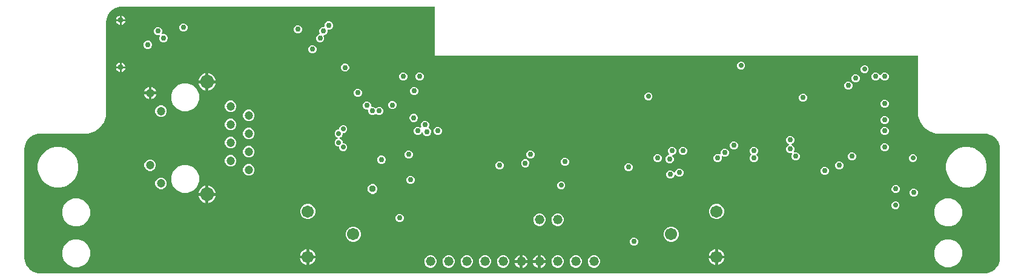
<source format=gbr>
G04 EAGLE Gerber RS-274X export*
G75*
%MOMM*%
%FSLAX34Y34*%
%LPD*%
%INCopper Layer 1*%
%IPPOS*%
%AMOC8*
5,1,8,0,0,1.08239X$1,22.5*%
G01*
%ADD10C,0.812800*%
%ADD11C,1.204800*%
%ADD12C,1.920000*%
%ADD13C,1.704341*%
%ADD14C,1.320800*%
%ADD15C,0.756400*%
%ADD16C,0.711200*%
%ADD17C,0.956400*%

G36*
X1346244Y3769D02*
X1346244Y3769D01*
X1346280Y3766D01*
X1349506Y4020D01*
X1349664Y4055D01*
X1349740Y4066D01*
X1355876Y6060D01*
X1356131Y6185D01*
X1356145Y6197D01*
X1356159Y6204D01*
X1361379Y9997D01*
X1361583Y10194D01*
X1361592Y10211D01*
X1361603Y10221D01*
X1365396Y15441D01*
X1365529Y15692D01*
X1365533Y15710D01*
X1365540Y15724D01*
X1367534Y21860D01*
X1367562Y22020D01*
X1367580Y22094D01*
X1367834Y25320D01*
X1367831Y25365D01*
X1367837Y25400D01*
X1367837Y177800D01*
X1367831Y177844D01*
X1367834Y177880D01*
X1367580Y181106D01*
X1367545Y181264D01*
X1367534Y181340D01*
X1365540Y187476D01*
X1365415Y187731D01*
X1365403Y187745D01*
X1365396Y187759D01*
X1361603Y192979D01*
X1361406Y193183D01*
X1361389Y193192D01*
X1361379Y193203D01*
X1356159Y196996D01*
X1355908Y197129D01*
X1355890Y197133D01*
X1355876Y197140D01*
X1349740Y199134D01*
X1349580Y199162D01*
X1349506Y199180D01*
X1346280Y199434D01*
X1346235Y199431D01*
X1346200Y199437D01*
X1278081Y199437D01*
X1269295Y202292D01*
X1261822Y207722D01*
X1256392Y215195D01*
X1253537Y223981D01*
X1253537Y307340D01*
X1253529Y307395D01*
X1253531Y307439D01*
X1253530Y307440D01*
X1253531Y307456D01*
X1253509Y307538D01*
X1253497Y307622D01*
X1253474Y307675D01*
X1253459Y307731D01*
X1253416Y307804D01*
X1253381Y307881D01*
X1253343Y307926D01*
X1253314Y307976D01*
X1253252Y308034D01*
X1253198Y308098D01*
X1253149Y308130D01*
X1253106Y308170D01*
X1253031Y308209D01*
X1252961Y308256D01*
X1252905Y308273D01*
X1252853Y308300D01*
X1252785Y308311D01*
X1252690Y308341D01*
X1252590Y308344D01*
X1252522Y308355D01*
X577595Y308355D01*
X577595Y376222D01*
X577587Y376280D01*
X577589Y376338D01*
X577567Y376420D01*
X577555Y376504D01*
X577532Y376557D01*
X577517Y376613D01*
X577474Y376686D01*
X577439Y376763D01*
X577401Y376808D01*
X577372Y376858D01*
X577310Y376916D01*
X577256Y376980D01*
X577207Y377012D01*
X577164Y377052D01*
X577089Y377091D01*
X577019Y377138D01*
X576963Y377155D01*
X576911Y377182D01*
X576843Y377193D01*
X576748Y377223D01*
X576648Y377226D01*
X576580Y377237D01*
X139700Y377237D01*
X139656Y377231D01*
X139620Y377234D01*
X136394Y376980D01*
X136236Y376945D01*
X136160Y376934D01*
X130024Y374940D01*
X129769Y374815D01*
X129755Y374803D01*
X129741Y374796D01*
X124521Y371003D01*
X124317Y370806D01*
X124308Y370789D01*
X124297Y370779D01*
X120504Y365559D01*
X120371Y365308D01*
X120367Y365290D01*
X120360Y365276D01*
X118366Y359140D01*
X118338Y358980D01*
X118320Y358906D01*
X118066Y355680D01*
X118069Y355635D01*
X118063Y355600D01*
X118063Y223981D01*
X115208Y215195D01*
X109778Y207722D01*
X102305Y202292D01*
X93519Y199437D01*
X25400Y199437D01*
X25356Y199431D01*
X25320Y199434D01*
X22094Y199180D01*
X21936Y199145D01*
X21860Y199134D01*
X15724Y197140D01*
X15469Y197015D01*
X15455Y197003D01*
X15441Y196996D01*
X10221Y193203D01*
X10017Y193006D01*
X10008Y192989D01*
X9997Y192979D01*
X6204Y187759D01*
X6071Y187508D01*
X6067Y187490D01*
X6060Y187476D01*
X4066Y181340D01*
X4038Y181180D01*
X4020Y181106D01*
X3766Y177880D01*
X3769Y177835D01*
X3763Y177800D01*
X3763Y25400D01*
X3769Y25356D01*
X3766Y25320D01*
X4020Y22094D01*
X4055Y21936D01*
X4066Y21860D01*
X6060Y15724D01*
X6185Y15469D01*
X6197Y15455D01*
X6204Y15441D01*
X9997Y10221D01*
X10194Y10017D01*
X10211Y10008D01*
X10221Y9997D01*
X15441Y6204D01*
X15692Y6071D01*
X15710Y6067D01*
X15724Y6060D01*
X21860Y4066D01*
X22020Y4038D01*
X22094Y4020D01*
X25320Y3766D01*
X25365Y3769D01*
X25400Y3763D01*
X1346200Y3763D01*
X1346244Y3769D01*
G37*
%LPC*%
G36*
X1317061Y123999D02*
X1317061Y123999D01*
X1309838Y125935D01*
X1303361Y129674D01*
X1298074Y134961D01*
X1294335Y141438D01*
X1292399Y148661D01*
X1292399Y156139D01*
X1294335Y163362D01*
X1298074Y169839D01*
X1303361Y175126D01*
X1309838Y178865D01*
X1317061Y180801D01*
X1324539Y180801D01*
X1331762Y178865D01*
X1338239Y175126D01*
X1343526Y169839D01*
X1347265Y163362D01*
X1349201Y156139D01*
X1349201Y148661D01*
X1347265Y141438D01*
X1343526Y134961D01*
X1338239Y129674D01*
X1331762Y125935D01*
X1324539Y123999D01*
X1317061Y123999D01*
G37*
%LPD*%
%LPC*%
G36*
X47061Y123999D02*
X47061Y123999D01*
X39838Y125935D01*
X33361Y129674D01*
X28074Y134961D01*
X24335Y141438D01*
X22399Y148661D01*
X22399Y156139D01*
X24335Y163362D01*
X28074Y169839D01*
X33361Y175126D01*
X39838Y178865D01*
X47061Y180801D01*
X54539Y180801D01*
X61762Y178865D01*
X68239Y175126D01*
X73526Y169839D01*
X77265Y163362D01*
X79201Y156139D01*
X79201Y148661D01*
X77265Y141438D01*
X73526Y134961D01*
X68239Y129674D01*
X61762Y125935D01*
X54539Y123999D01*
X47061Y123999D01*
G37*
%LPD*%
%LPC*%
G36*
X72319Y69389D02*
X72319Y69389D01*
X65148Y72360D01*
X59660Y77848D01*
X56689Y85019D01*
X56689Y92781D01*
X59660Y99952D01*
X65148Y105440D01*
X72319Y108411D01*
X80081Y108411D01*
X87252Y105440D01*
X92740Y99952D01*
X95711Y92781D01*
X95711Y85019D01*
X92740Y77848D01*
X87252Y72360D01*
X80081Y69389D01*
X72319Y69389D01*
G37*
%LPD*%
%LPC*%
G36*
X1291519Y12239D02*
X1291519Y12239D01*
X1284348Y15210D01*
X1278860Y20698D01*
X1275889Y27869D01*
X1275889Y35631D01*
X1278860Y42802D01*
X1284348Y48290D01*
X1291519Y51261D01*
X1299281Y51261D01*
X1306452Y48290D01*
X1311940Y42802D01*
X1314911Y35631D01*
X1314911Y27869D01*
X1311940Y20698D01*
X1306452Y15210D01*
X1299281Y12239D01*
X1291519Y12239D01*
G37*
%LPD*%
%LPC*%
G36*
X72319Y12239D02*
X72319Y12239D01*
X65148Y15210D01*
X59660Y20698D01*
X56689Y27869D01*
X56689Y35631D01*
X59660Y42802D01*
X65148Y48290D01*
X72319Y51261D01*
X80081Y51261D01*
X87252Y48290D01*
X92740Y42802D01*
X95711Y35631D01*
X95711Y27869D01*
X92740Y20698D01*
X87252Y15210D01*
X80081Y12239D01*
X72319Y12239D01*
G37*
%LPD*%
%LPC*%
G36*
X1291519Y69389D02*
X1291519Y69389D01*
X1284348Y72360D01*
X1278860Y77848D01*
X1275889Y85019D01*
X1275889Y92781D01*
X1278860Y99952D01*
X1284348Y105440D01*
X1291519Y108411D01*
X1299281Y108411D01*
X1306452Y105440D01*
X1311940Y99952D01*
X1314911Y92781D01*
X1314911Y85019D01*
X1311940Y77848D01*
X1306452Y72360D01*
X1299281Y69389D01*
X1291519Y69389D01*
G37*
%LPD*%
%LPC*%
G36*
X224711Y230697D02*
X224711Y230697D01*
X217543Y233666D01*
X212058Y239152D01*
X209089Y246319D01*
X209089Y254077D01*
X212058Y261244D01*
X217543Y266730D01*
X224711Y269699D01*
X232469Y269699D01*
X239636Y266730D01*
X245121Y261244D01*
X248090Y254077D01*
X248090Y246319D01*
X245121Y239152D01*
X239636Y233666D01*
X232469Y230697D01*
X224711Y230697D01*
G37*
%LPD*%
%LPC*%
G36*
X224711Y116397D02*
X224711Y116397D01*
X217543Y119366D01*
X212058Y124852D01*
X209089Y132019D01*
X209089Y139777D01*
X212058Y146944D01*
X217543Y152430D01*
X224711Y155399D01*
X232469Y155399D01*
X239636Y152430D01*
X245121Y146944D01*
X248090Y139777D01*
X248090Y132019D01*
X245121Y124852D01*
X239636Y119366D01*
X232469Y116397D01*
X224711Y116397D01*
G37*
%LPD*%
%LPC*%
G36*
X448468Y174751D02*
X448468Y174751D01*
X446414Y175602D01*
X444842Y177174D01*
X443991Y179228D01*
X443991Y180202D01*
X443983Y180260D01*
X443985Y180318D01*
X443963Y180400D01*
X443951Y180483D01*
X443928Y180537D01*
X443913Y180593D01*
X443870Y180666D01*
X443835Y180743D01*
X443797Y180787D01*
X443768Y180838D01*
X443706Y180895D01*
X443652Y180960D01*
X443603Y180992D01*
X443560Y181032D01*
X443485Y181071D01*
X443415Y181117D01*
X443359Y181135D01*
X443307Y181162D01*
X443239Y181173D01*
X443144Y181203D01*
X443044Y181206D01*
X442976Y181217D01*
X442003Y181217D01*
X439948Y182068D01*
X438376Y183640D01*
X437525Y185694D01*
X437525Y187917D01*
X438376Y189972D01*
X439948Y191544D01*
X441296Y192102D01*
X441322Y192117D01*
X441350Y192126D01*
X441444Y192189D01*
X441541Y192247D01*
X441561Y192268D01*
X441586Y192284D01*
X441659Y192371D01*
X441736Y192453D01*
X441750Y192479D01*
X441769Y192502D01*
X441815Y192605D01*
X441867Y192706D01*
X441872Y192735D01*
X441884Y192762D01*
X441900Y192874D01*
X441922Y192985D01*
X441919Y193014D01*
X441923Y193043D01*
X441907Y193155D01*
X441897Y193268D01*
X441887Y193295D01*
X441882Y193324D01*
X441836Y193428D01*
X441795Y193533D01*
X441777Y193557D01*
X441765Y193584D01*
X441692Y193670D01*
X441624Y193760D01*
X441600Y193778D01*
X441581Y193800D01*
X441514Y193842D01*
X441396Y193930D01*
X441337Y193952D01*
X441296Y193978D01*
X439948Y194536D01*
X438376Y196108D01*
X437525Y198163D01*
X437525Y200386D01*
X438376Y202440D01*
X439948Y204012D01*
X442003Y204863D01*
X442976Y204863D01*
X443034Y204871D01*
X443092Y204870D01*
X443174Y204891D01*
X443258Y204903D01*
X443311Y204927D01*
X443367Y204941D01*
X443440Y204984D01*
X443517Y205019D01*
X443562Y205057D01*
X443612Y205087D01*
X443670Y205148D01*
X443734Y205203D01*
X443766Y205251D01*
X443806Y205294D01*
X443845Y205369D01*
X443892Y205439D01*
X443909Y205495D01*
X443936Y205547D01*
X443947Y205615D01*
X443977Y205710D01*
X443980Y205810D01*
X443991Y205878D01*
X443991Y206852D01*
X444842Y208906D01*
X446414Y210478D01*
X448468Y211329D01*
X450692Y211329D01*
X452746Y210478D01*
X454318Y208906D01*
X455169Y206852D01*
X455169Y204628D01*
X454318Y202574D01*
X452746Y201002D01*
X450692Y200151D01*
X449718Y200151D01*
X449660Y200143D01*
X449602Y200145D01*
X449520Y200123D01*
X449437Y200111D01*
X449383Y200088D01*
X449327Y200073D01*
X449254Y200030D01*
X449177Y199995D01*
X449133Y199957D01*
X449082Y199928D01*
X449025Y199866D01*
X448960Y199812D01*
X448928Y199763D01*
X448888Y199720D01*
X448849Y199645D01*
X448803Y199575D01*
X448785Y199519D01*
X448758Y199467D01*
X448747Y199399D01*
X448717Y199304D01*
X448714Y199204D01*
X448703Y199136D01*
X448703Y198163D01*
X447852Y196108D01*
X446280Y194536D01*
X444932Y193978D01*
X444907Y193963D01*
X444879Y193954D01*
X444785Y193891D01*
X444687Y193833D01*
X444667Y193812D01*
X444643Y193796D01*
X444570Y193709D01*
X444492Y193627D01*
X444479Y193601D01*
X444460Y193578D01*
X444414Y193475D01*
X444362Y193374D01*
X444356Y193345D01*
X444344Y193318D01*
X444329Y193206D01*
X444307Y193095D01*
X444309Y193066D01*
X444305Y193037D01*
X444322Y192925D01*
X444331Y192812D01*
X444342Y192785D01*
X444346Y192755D01*
X444393Y192652D01*
X444433Y192547D01*
X444451Y192523D01*
X444463Y192496D01*
X444536Y192410D01*
X444605Y192320D01*
X444628Y192302D01*
X444647Y192280D01*
X444714Y192238D01*
X444833Y192150D01*
X444891Y192128D01*
X444932Y192102D01*
X446280Y191544D01*
X447852Y189972D01*
X448703Y187917D01*
X448703Y186944D01*
X448711Y186886D01*
X448710Y186828D01*
X448731Y186746D01*
X448743Y186662D01*
X448767Y186609D01*
X448781Y186553D01*
X448824Y186480D01*
X448859Y186403D01*
X448897Y186358D01*
X448927Y186308D01*
X448988Y186250D01*
X449043Y186186D01*
X449091Y186154D01*
X449134Y186114D01*
X449209Y186075D01*
X449279Y186028D01*
X449335Y186011D01*
X449387Y185984D01*
X449455Y185973D01*
X449550Y185943D01*
X449650Y185940D01*
X449718Y185929D01*
X450692Y185929D01*
X452746Y185078D01*
X454318Y183506D01*
X455169Y181452D01*
X455169Y179228D01*
X454318Y177174D01*
X452746Y175602D01*
X450692Y174751D01*
X448468Y174751D01*
G37*
%LPD*%
%LPC*%
G36*
X969451Y79616D02*
X969451Y79616D01*
X965571Y81222D01*
X962602Y84191D01*
X960996Y88071D01*
X960996Y92269D01*
X962602Y96149D01*
X965571Y99118D01*
X969451Y100724D01*
X973649Y100724D01*
X977529Y99118D01*
X980498Y96149D01*
X982104Y92269D01*
X982104Y88071D01*
X980498Y84191D01*
X977529Y81222D01*
X973649Y79616D01*
X969451Y79616D01*
G37*
%LPD*%
%LPC*%
G36*
X461451Y47866D02*
X461451Y47866D01*
X457571Y49472D01*
X454602Y52441D01*
X452996Y56321D01*
X452996Y60519D01*
X454602Y64399D01*
X457571Y67368D01*
X461451Y68974D01*
X465649Y68974D01*
X469529Y67368D01*
X472498Y64399D01*
X474104Y60519D01*
X474104Y56321D01*
X472498Y52441D01*
X469529Y49472D01*
X465649Y47866D01*
X461451Y47866D01*
G37*
%LPD*%
%LPC*%
G36*
X397951Y79616D02*
X397951Y79616D01*
X394071Y81222D01*
X391102Y84191D01*
X389496Y88071D01*
X389496Y92269D01*
X391102Y96149D01*
X394071Y99118D01*
X397951Y100724D01*
X402149Y100724D01*
X406029Y99118D01*
X408998Y96149D01*
X410604Y92269D01*
X410604Y88071D01*
X408998Y84191D01*
X406029Y81222D01*
X402149Y79616D01*
X397951Y79616D01*
G37*
%LPD*%
%LPC*%
G36*
X905951Y47866D02*
X905951Y47866D01*
X902071Y49472D01*
X899102Y52441D01*
X897496Y56321D01*
X897496Y60519D01*
X899102Y64399D01*
X902071Y67368D01*
X905951Y68974D01*
X910149Y68974D01*
X914029Y67368D01*
X916998Y64399D01*
X918604Y60519D01*
X918604Y56321D01*
X916998Y52441D01*
X914029Y49472D01*
X910149Y47866D01*
X905951Y47866D01*
G37*
%LPD*%
%LPC*%
G36*
X1080883Y161825D02*
X1080883Y161825D01*
X1078746Y162711D01*
X1077111Y164346D01*
X1076225Y166483D01*
X1076225Y168797D01*
X1077016Y170706D01*
X1077023Y170734D01*
X1077037Y170760D01*
X1077059Y170871D01*
X1077087Y170981D01*
X1077086Y171010D01*
X1077092Y171039D01*
X1077082Y171152D01*
X1077079Y171265D01*
X1077070Y171293D01*
X1077067Y171322D01*
X1077027Y171428D01*
X1076992Y171536D01*
X1076976Y171560D01*
X1076965Y171587D01*
X1076897Y171678D01*
X1076834Y171772D01*
X1076811Y171791D01*
X1076794Y171814D01*
X1076703Y171882D01*
X1076616Y171955D01*
X1076589Y171967D01*
X1076566Y171984D01*
X1076460Y172024D01*
X1076356Y172070D01*
X1076327Y172074D01*
X1076300Y172085D01*
X1076187Y172094D01*
X1076075Y172109D01*
X1076046Y172105D01*
X1076017Y172107D01*
X1075940Y172090D01*
X1075794Y172069D01*
X1075737Y172043D01*
X1075689Y172032D01*
X1075577Y171985D01*
X1073263Y171985D01*
X1071126Y172871D01*
X1069491Y174506D01*
X1068605Y176643D01*
X1068605Y178957D01*
X1069491Y181094D01*
X1071126Y182729D01*
X1072291Y183212D01*
X1072316Y183227D01*
X1072344Y183236D01*
X1072439Y183299D01*
X1072536Y183357D01*
X1072556Y183378D01*
X1072581Y183394D01*
X1072653Y183481D01*
X1072731Y183563D01*
X1072745Y183589D01*
X1072764Y183612D01*
X1072810Y183715D01*
X1072861Y183816D01*
X1072867Y183845D01*
X1072879Y183872D01*
X1072895Y183984D01*
X1072916Y184095D01*
X1072914Y184124D01*
X1072918Y184153D01*
X1072902Y184265D01*
X1072892Y184378D01*
X1072881Y184405D01*
X1072877Y184435D01*
X1072831Y184538D01*
X1072790Y184643D01*
X1072772Y184667D01*
X1072760Y184694D01*
X1072687Y184780D01*
X1072618Y184870D01*
X1072595Y184888D01*
X1072576Y184910D01*
X1072509Y184952D01*
X1072391Y185040D01*
X1072332Y185062D01*
X1072291Y185088D01*
X1071126Y185571D01*
X1069491Y187206D01*
X1068605Y189343D01*
X1068605Y191657D01*
X1069491Y193794D01*
X1071126Y195429D01*
X1073263Y196315D01*
X1075577Y196315D01*
X1077714Y195429D01*
X1079349Y193794D01*
X1080235Y191657D01*
X1080235Y189343D01*
X1079349Y187206D01*
X1077714Y185571D01*
X1076549Y185088D01*
X1076524Y185073D01*
X1076496Y185064D01*
X1076401Y185001D01*
X1076304Y184943D01*
X1076284Y184922D01*
X1076259Y184906D01*
X1076187Y184819D01*
X1076109Y184737D01*
X1076095Y184711D01*
X1076077Y184688D01*
X1076031Y184585D01*
X1075979Y184484D01*
X1075973Y184455D01*
X1075961Y184428D01*
X1075945Y184316D01*
X1075924Y184205D01*
X1075926Y184176D01*
X1075922Y184147D01*
X1075938Y184035D01*
X1075948Y183922D01*
X1075959Y183894D01*
X1075963Y183866D01*
X1076009Y183763D01*
X1076050Y183657D01*
X1076068Y183633D01*
X1076080Y183606D01*
X1076153Y183520D01*
X1076222Y183430D01*
X1076245Y183412D01*
X1076264Y183390D01*
X1076331Y183348D01*
X1076449Y183260D01*
X1076508Y183238D01*
X1076549Y183212D01*
X1077714Y182729D01*
X1079349Y181094D01*
X1080235Y178957D01*
X1080235Y176643D01*
X1079444Y174734D01*
X1079437Y174706D01*
X1079423Y174680D01*
X1079401Y174569D01*
X1079373Y174459D01*
X1079374Y174430D01*
X1079368Y174401D01*
X1079378Y174288D01*
X1079381Y174175D01*
X1079390Y174147D01*
X1079393Y174118D01*
X1079433Y174012D01*
X1079468Y173904D01*
X1079484Y173880D01*
X1079495Y173853D01*
X1079563Y173762D01*
X1079626Y173668D01*
X1079649Y173649D01*
X1079666Y173626D01*
X1079757Y173558D01*
X1079844Y173485D01*
X1079871Y173473D01*
X1079894Y173456D01*
X1080000Y173416D01*
X1080104Y173370D01*
X1080133Y173366D01*
X1080160Y173355D01*
X1080273Y173346D01*
X1080385Y173331D01*
X1080414Y173335D01*
X1080443Y173333D01*
X1080520Y173350D01*
X1080666Y173371D01*
X1080723Y173397D01*
X1080771Y173408D01*
X1080883Y173455D01*
X1083197Y173455D01*
X1085334Y172569D01*
X1086969Y170934D01*
X1087855Y168797D01*
X1087855Y166483D01*
X1086969Y164346D01*
X1085334Y162711D01*
X1083197Y161825D01*
X1080883Y161825D01*
G37*
%LPD*%
%LPC*%
G36*
X565175Y196199D02*
X565175Y196199D01*
X563038Y197085D01*
X561402Y198720D01*
X560718Y200372D01*
X560703Y200397D01*
X560694Y200425D01*
X560631Y200519D01*
X560574Y200616D01*
X560552Y200637D01*
X560536Y200661D01*
X560449Y200734D01*
X560367Y200812D01*
X560341Y200825D01*
X560318Y200844D01*
X560215Y200890D01*
X560114Y200942D01*
X560085Y200948D01*
X560059Y200959D01*
X559946Y200975D01*
X559835Y200997D01*
X559806Y200994D01*
X559777Y200998D01*
X559665Y200982D01*
X559552Y200972D01*
X559525Y200962D01*
X559496Y200958D01*
X559392Y200911D01*
X559287Y200870D01*
X559263Y200853D01*
X559237Y200841D01*
X559150Y200767D01*
X559060Y200699D01*
X559042Y200675D01*
X559020Y200656D01*
X558979Y200590D01*
X558890Y200471D01*
X558868Y200413D01*
X558842Y200372D01*
X558649Y199906D01*
X557014Y198271D01*
X554877Y197385D01*
X552563Y197385D01*
X550426Y198271D01*
X548791Y199906D01*
X547905Y202043D01*
X547905Y204357D01*
X548791Y206494D01*
X550426Y208129D01*
X552563Y209015D01*
X554877Y209015D01*
X557181Y208060D01*
X557209Y208053D01*
X557235Y208040D01*
X557346Y208018D01*
X557456Y207989D01*
X557485Y207990D01*
X557514Y207985D01*
X557627Y207994D01*
X557740Y207998D01*
X557768Y208007D01*
X557797Y208009D01*
X557903Y208050D01*
X558011Y208084D01*
X558035Y208101D01*
X558063Y208111D01*
X558153Y208179D01*
X558247Y208243D01*
X558266Y208265D01*
X558289Y208283D01*
X558357Y208374D01*
X558430Y208460D01*
X558442Y208487D01*
X558459Y208510D01*
X558499Y208617D01*
X558545Y208720D01*
X558549Y208749D01*
X558560Y208776D01*
X558569Y208889D01*
X558584Y209001D01*
X558580Y209031D01*
X558582Y209060D01*
X558565Y209136D01*
X558544Y209283D01*
X558518Y209340D01*
X558507Y209387D01*
X558065Y210453D01*
X558065Y212767D01*
X558951Y214904D01*
X560586Y216539D01*
X562723Y217425D01*
X565037Y217425D01*
X567174Y216539D01*
X568809Y214904D01*
X569695Y212767D01*
X569695Y210453D01*
X568832Y208371D01*
X568818Y208314D01*
X568794Y208261D01*
X568782Y208177D01*
X568761Y208096D01*
X568763Y208037D01*
X568755Y207979D01*
X568767Y207896D01*
X568769Y207812D01*
X568787Y207756D01*
X568796Y207698D01*
X568830Y207621D01*
X568856Y207541D01*
X568889Y207492D01*
X568913Y207439D01*
X568967Y207375D01*
X569014Y207305D01*
X569059Y207267D01*
X569097Y207222D01*
X569156Y207186D01*
X569232Y207122D01*
X569323Y207081D01*
X569382Y207045D01*
X569626Y206943D01*
X571261Y205308D01*
X572146Y203171D01*
X572146Y200857D01*
X571261Y198720D01*
X569626Y197085D01*
X567488Y196199D01*
X565175Y196199D01*
G37*
%LPD*%
%LPC*%
G36*
X415980Y326925D02*
X415980Y326925D01*
X413843Y327811D01*
X412207Y329446D01*
X411322Y331583D01*
X411322Y333897D01*
X412207Y336034D01*
X413843Y337669D01*
X416037Y338578D01*
X416088Y338608D01*
X416142Y338629D01*
X416210Y338680D01*
X416282Y338723D01*
X416322Y338765D01*
X416369Y338801D01*
X416420Y338868D01*
X416477Y338930D01*
X416504Y338982D01*
X416539Y339028D01*
X416569Y339107D01*
X416608Y339182D01*
X416619Y339240D01*
X416640Y339294D01*
X416646Y339378D01*
X416663Y339461D01*
X416658Y339520D01*
X416662Y339578D01*
X416647Y339645D01*
X416638Y339744D01*
X416602Y339838D01*
X416587Y339905D01*
X415825Y341743D01*
X415825Y344057D01*
X416711Y346194D01*
X418346Y347829D01*
X420483Y348715D01*
X422430Y348715D01*
X422488Y348723D01*
X422546Y348721D01*
X422628Y348743D01*
X422712Y348755D01*
X422765Y348778D01*
X422821Y348793D01*
X422894Y348836D01*
X422971Y348871D01*
X423016Y348909D01*
X423066Y348938D01*
X423124Y349000D01*
X423188Y349054D01*
X423220Y349103D01*
X423260Y349146D01*
X423299Y349221D01*
X423346Y349291D01*
X423363Y349347D01*
X423390Y349399D01*
X423401Y349467D01*
X423431Y349562D01*
X423434Y349662D01*
X423445Y349730D01*
X423445Y351753D01*
X424331Y353890D01*
X425966Y355525D01*
X428103Y356411D01*
X430417Y356411D01*
X432554Y355525D01*
X434189Y353890D01*
X435075Y351753D01*
X435075Y349439D01*
X434189Y347302D01*
X432554Y345667D01*
X430417Y344781D01*
X428470Y344781D01*
X428412Y344773D01*
X428354Y344775D01*
X428272Y344753D01*
X428188Y344741D01*
X428135Y344718D01*
X428079Y344703D01*
X428006Y344660D01*
X427929Y344625D01*
X427884Y344587D01*
X427834Y344558D01*
X427776Y344496D01*
X427712Y344442D01*
X427680Y344393D01*
X427640Y344350D01*
X427601Y344275D01*
X427554Y344205D01*
X427537Y344149D01*
X427510Y344097D01*
X427499Y344029D01*
X427469Y343934D01*
X427466Y343834D01*
X427455Y343766D01*
X427455Y341743D01*
X426569Y339606D01*
X424934Y337971D01*
X422740Y337062D01*
X422689Y337032D01*
X422635Y337011D01*
X422567Y336960D01*
X422495Y336917D01*
X422455Y336875D01*
X422408Y336839D01*
X422357Y336772D01*
X422300Y336710D01*
X422273Y336658D01*
X422238Y336612D01*
X422208Y336533D01*
X422169Y336458D01*
X422158Y336400D01*
X422137Y336346D01*
X422131Y336261D01*
X422114Y336179D01*
X422119Y336121D01*
X422115Y336062D01*
X422130Y335995D01*
X422139Y335896D01*
X422175Y335803D01*
X422190Y335735D01*
X422952Y333897D01*
X422952Y331583D01*
X422066Y329446D01*
X420431Y327811D01*
X418293Y326925D01*
X415980Y326925D01*
G37*
%LPD*%
%LPC*%
G36*
X498659Y225325D02*
X498659Y225325D01*
X496522Y226211D01*
X495704Y227028D01*
X495658Y227064D01*
X495617Y227106D01*
X495545Y227149D01*
X495477Y227199D01*
X495423Y227220D01*
X495372Y227250D01*
X495290Y227270D01*
X495212Y227301D01*
X495153Y227305D01*
X495097Y227320D01*
X495012Y227317D01*
X494928Y227324D01*
X494871Y227313D01*
X494812Y227311D01*
X494732Y227285D01*
X494649Y227268D01*
X494598Y227241D01*
X494542Y227223D01*
X494486Y227183D01*
X494397Y227137D01*
X494325Y227068D01*
X494269Y227028D01*
X493482Y226242D01*
X491345Y225357D01*
X489032Y225357D01*
X486895Y226242D01*
X485259Y227878D01*
X484374Y230015D01*
X484374Y231930D01*
X484366Y231988D01*
X484367Y232046D01*
X484346Y232128D01*
X484334Y232212D01*
X484310Y232265D01*
X484295Y232321D01*
X484252Y232394D01*
X484218Y232471D01*
X484180Y232516D01*
X484150Y232566D01*
X484088Y232624D01*
X484034Y232688D01*
X483985Y232720D01*
X483943Y232760D01*
X483868Y232799D01*
X483797Y232846D01*
X483742Y232863D01*
X483690Y232890D01*
X483621Y232901D01*
X483526Y232931D01*
X483427Y232934D01*
X483358Y232945D01*
X481443Y232945D01*
X479306Y233831D01*
X477671Y235466D01*
X476785Y237603D01*
X476785Y239917D01*
X477671Y242054D01*
X479306Y243689D01*
X481443Y244575D01*
X483757Y244575D01*
X485894Y243689D01*
X487529Y242054D01*
X488415Y239917D01*
X488415Y238002D01*
X488423Y237944D01*
X488421Y237885D01*
X488443Y237804D01*
X488455Y237720D01*
X488478Y237667D01*
X488493Y237610D01*
X488536Y237538D01*
X488571Y237461D01*
X488609Y237416D01*
X488638Y237366D01*
X488700Y237308D01*
X488754Y237244D01*
X488803Y237211D01*
X488846Y237171D01*
X488921Y237133D01*
X488991Y237086D01*
X489047Y237068D01*
X489099Y237042D01*
X489167Y237030D01*
X489262Y237000D01*
X489362Y236998D01*
X489430Y236986D01*
X491345Y236986D01*
X493482Y236101D01*
X494300Y235283D01*
X494347Y235248D01*
X494387Y235206D01*
X494460Y235163D01*
X494527Y235112D01*
X494582Y235091D01*
X494632Y235062D01*
X494714Y235041D01*
X494793Y235011D01*
X494851Y235006D01*
X494908Y234992D01*
X494992Y234994D01*
X495076Y234987D01*
X495134Y234999D01*
X495192Y235001D01*
X495272Y235027D01*
X495355Y235043D01*
X495407Y235070D01*
X495463Y235088D01*
X495519Y235128D01*
X495607Y235174D01*
X495680Y235243D01*
X495736Y235283D01*
X496522Y236069D01*
X498659Y236955D01*
X500973Y236955D01*
X503110Y236069D01*
X504745Y234434D01*
X505631Y232297D01*
X505631Y229983D01*
X504745Y227846D01*
X503110Y226211D01*
X500973Y225325D01*
X498659Y225325D01*
G37*
%LPD*%
%LPC*%
G36*
X645982Y11683D02*
X645982Y11683D01*
X642808Y12998D01*
X640378Y15428D01*
X639063Y18602D01*
X639063Y22038D01*
X640378Y25212D01*
X642808Y27642D01*
X645982Y28957D01*
X649418Y28957D01*
X652592Y27642D01*
X655022Y25212D01*
X656337Y22038D01*
X656337Y18602D01*
X655022Y15428D01*
X652592Y12998D01*
X649418Y11683D01*
X645982Y11683D01*
G37*
%LPD*%
%LPC*%
G36*
X620582Y11683D02*
X620582Y11683D01*
X617408Y12998D01*
X614978Y15428D01*
X613663Y18602D01*
X613663Y22038D01*
X614978Y25212D01*
X617408Y27642D01*
X620582Y28957D01*
X624018Y28957D01*
X627192Y27642D01*
X629622Y25212D01*
X630937Y22038D01*
X630937Y18602D01*
X629622Y15428D01*
X627192Y12998D01*
X624018Y11683D01*
X620582Y11683D01*
G37*
%LPD*%
%LPC*%
G36*
X747582Y70103D02*
X747582Y70103D01*
X744408Y71418D01*
X741978Y73848D01*
X740663Y77022D01*
X740663Y80458D01*
X741978Y83632D01*
X744408Y86062D01*
X747582Y87377D01*
X751018Y87377D01*
X754192Y86062D01*
X756622Y83632D01*
X757937Y80458D01*
X757937Y77022D01*
X756622Y73848D01*
X754192Y71418D01*
X751018Y70103D01*
X747582Y70103D01*
G37*
%LPD*%
%LPC*%
G36*
X722182Y70103D02*
X722182Y70103D01*
X719008Y71418D01*
X716578Y73848D01*
X715263Y77022D01*
X715263Y80458D01*
X716578Y83632D01*
X719008Y86062D01*
X722182Y87377D01*
X725618Y87377D01*
X728792Y86062D01*
X731222Y83632D01*
X732537Y80458D01*
X732537Y77022D01*
X731222Y73848D01*
X728792Y71418D01*
X725618Y70103D01*
X722182Y70103D01*
G37*
%LPD*%
%LPC*%
G36*
X595182Y11683D02*
X595182Y11683D01*
X592008Y12998D01*
X589578Y15428D01*
X588263Y18602D01*
X588263Y22038D01*
X589578Y25212D01*
X592008Y27642D01*
X595182Y28957D01*
X598618Y28957D01*
X601792Y27642D01*
X604222Y25212D01*
X605537Y22038D01*
X605537Y18602D01*
X604222Y15428D01*
X601792Y12998D01*
X598618Y11683D01*
X595182Y11683D01*
G37*
%LPD*%
%LPC*%
G36*
X569782Y11683D02*
X569782Y11683D01*
X566608Y12998D01*
X564178Y15428D01*
X562863Y18602D01*
X562863Y22038D01*
X564178Y25212D01*
X566608Y27642D01*
X569782Y28957D01*
X573218Y28957D01*
X576392Y27642D01*
X578822Y25212D01*
X580137Y22038D01*
X580137Y18602D01*
X578822Y15428D01*
X576392Y12998D01*
X573218Y11683D01*
X569782Y11683D01*
G37*
%LPD*%
%LPC*%
G36*
X671382Y11683D02*
X671382Y11683D01*
X668208Y12998D01*
X665778Y15428D01*
X664463Y18602D01*
X664463Y22038D01*
X665778Y25212D01*
X668208Y27642D01*
X671382Y28957D01*
X674818Y28957D01*
X677992Y27642D01*
X680422Y25212D01*
X681737Y22038D01*
X681737Y18602D01*
X680422Y15428D01*
X677992Y12998D01*
X674818Y11683D01*
X671382Y11683D01*
G37*
%LPD*%
%LPC*%
G36*
X747582Y11683D02*
X747582Y11683D01*
X744408Y12998D01*
X741978Y15428D01*
X740663Y18602D01*
X740663Y22038D01*
X741978Y25212D01*
X744408Y27642D01*
X747582Y28957D01*
X751018Y28957D01*
X754192Y27642D01*
X756622Y25212D01*
X757937Y22038D01*
X757937Y18602D01*
X756622Y15428D01*
X754192Y12998D01*
X751018Y11683D01*
X747582Y11683D01*
G37*
%LPD*%
%LPC*%
G36*
X798382Y11683D02*
X798382Y11683D01*
X795208Y12998D01*
X792778Y15428D01*
X791463Y18602D01*
X791463Y22038D01*
X792778Y25212D01*
X795208Y27642D01*
X798382Y28957D01*
X801818Y28957D01*
X804992Y27642D01*
X807422Y25212D01*
X808737Y22038D01*
X808737Y18602D01*
X807422Y15428D01*
X804992Y12998D01*
X801818Y11683D01*
X798382Y11683D01*
G37*
%LPD*%
%LPC*%
G36*
X772982Y11683D02*
X772982Y11683D01*
X769808Y12998D01*
X767378Y15428D01*
X766063Y18602D01*
X766063Y22038D01*
X767378Y25212D01*
X769808Y27642D01*
X772982Y28957D01*
X776418Y28957D01*
X779592Y27642D01*
X782022Y25212D01*
X783337Y22038D01*
X783337Y18602D01*
X782022Y15428D01*
X779592Y12998D01*
X776418Y11683D01*
X772982Y11683D01*
G37*
%LPD*%
%LPC*%
G36*
X905623Y136425D02*
X905623Y136425D01*
X903486Y137311D01*
X901851Y138946D01*
X900965Y141083D01*
X900965Y143397D01*
X901851Y145534D01*
X903486Y147169D01*
X905623Y148055D01*
X907937Y148055D01*
X910074Y147169D01*
X911709Y145534D01*
X911712Y145528D01*
X911756Y145454D01*
X911791Y145375D01*
X911828Y145332D01*
X911856Y145283D01*
X911919Y145224D01*
X911975Y145158D01*
X912022Y145127D01*
X912063Y145088D01*
X912140Y145048D01*
X912211Y145001D01*
X912265Y144983D01*
X912316Y144957D01*
X912400Y144941D01*
X912482Y144915D01*
X912539Y144913D01*
X912595Y144902D01*
X912680Y144910D01*
X912766Y144908D01*
X912821Y144922D01*
X912878Y144927D01*
X912958Y144958D01*
X913041Y144979D01*
X913090Y145008D01*
X913143Y145029D01*
X913212Y145081D01*
X913286Y145125D01*
X913325Y145166D01*
X913370Y145200D01*
X913422Y145269D01*
X913480Y145332D01*
X913506Y145383D01*
X913540Y145428D01*
X913571Y145508D01*
X913610Y145585D01*
X913618Y145634D01*
X913641Y145694D01*
X913652Y145839D01*
X913665Y145916D01*
X913665Y145937D01*
X914551Y148074D01*
X916186Y149709D01*
X918323Y150595D01*
X920637Y150595D01*
X922774Y149709D01*
X924409Y148074D01*
X925295Y145937D01*
X925295Y143623D01*
X924409Y141486D01*
X922774Y139851D01*
X920637Y138965D01*
X918323Y138965D01*
X916186Y139851D01*
X914551Y141486D01*
X914548Y141492D01*
X914504Y141566D01*
X914469Y141645D01*
X914432Y141688D01*
X914404Y141737D01*
X914341Y141796D01*
X914285Y141862D01*
X914238Y141893D01*
X914197Y141932D01*
X914120Y141972D01*
X914049Y142019D01*
X913995Y142037D01*
X913944Y142063D01*
X913860Y142079D01*
X913778Y142105D01*
X913721Y142107D01*
X913665Y142118D01*
X913580Y142110D01*
X913494Y142112D01*
X913439Y142098D01*
X913382Y142093D01*
X913302Y142062D01*
X913219Y142041D01*
X913170Y142012D01*
X913117Y141991D01*
X913048Y141939D01*
X912974Y141895D01*
X912935Y141854D01*
X912890Y141820D01*
X912838Y141751D01*
X912780Y141688D01*
X912754Y141637D01*
X912720Y141592D01*
X912689Y141512D01*
X912650Y141435D01*
X912642Y141386D01*
X912619Y141326D01*
X912608Y141181D01*
X912595Y141104D01*
X912595Y141083D01*
X911709Y138946D01*
X910074Y137311D01*
X907937Y136425D01*
X905623Y136425D01*
G37*
%LPD*%
%LPC*%
G36*
X971663Y159285D02*
X971663Y159285D01*
X969526Y160171D01*
X967891Y161806D01*
X967005Y163943D01*
X967005Y166257D01*
X967891Y168394D01*
X969526Y170029D01*
X971663Y170915D01*
X973977Y170915D01*
X975886Y170124D01*
X975914Y170117D01*
X975940Y170103D01*
X976051Y170081D01*
X976161Y170053D01*
X976190Y170054D01*
X976219Y170048D01*
X976332Y170058D01*
X976445Y170061D01*
X976473Y170070D01*
X976502Y170073D01*
X976608Y170113D01*
X976716Y170148D01*
X976740Y170164D01*
X976767Y170175D01*
X976858Y170243D01*
X976952Y170306D01*
X976971Y170329D01*
X976994Y170346D01*
X977062Y170437D01*
X977135Y170524D01*
X977147Y170551D01*
X977164Y170574D01*
X977204Y170680D01*
X977250Y170784D01*
X977254Y170813D01*
X977265Y170840D01*
X977274Y170953D01*
X977289Y171065D01*
X977285Y171094D01*
X977287Y171123D01*
X977270Y171200D01*
X977249Y171346D01*
X977223Y171403D01*
X977212Y171451D01*
X977165Y171563D01*
X977165Y173877D01*
X978051Y176014D01*
X979686Y177649D01*
X981823Y178535D01*
X984137Y178535D01*
X986274Y177649D01*
X987909Y176014D01*
X988795Y173877D01*
X988795Y171563D01*
X987909Y169426D01*
X986274Y167791D01*
X984137Y166905D01*
X981823Y166905D01*
X979914Y167696D01*
X979886Y167703D01*
X979860Y167717D01*
X979749Y167739D01*
X979639Y167767D01*
X979610Y167766D01*
X979581Y167772D01*
X979468Y167762D01*
X979355Y167759D01*
X979327Y167750D01*
X979298Y167747D01*
X979192Y167707D01*
X979084Y167672D01*
X979060Y167656D01*
X979033Y167645D01*
X978942Y167577D01*
X978848Y167514D01*
X978829Y167491D01*
X978806Y167474D01*
X978738Y167383D01*
X978665Y167296D01*
X978653Y167269D01*
X978636Y167246D01*
X978596Y167140D01*
X978550Y167036D01*
X978546Y167007D01*
X978535Y166980D01*
X978526Y166867D01*
X978511Y166755D01*
X978515Y166726D01*
X978513Y166697D01*
X978530Y166620D01*
X978551Y166474D01*
X978577Y166417D01*
X978588Y166369D01*
X978635Y166257D01*
X978635Y163943D01*
X977749Y161806D01*
X976114Y160171D01*
X973977Y159285D01*
X971663Y159285D01*
G37*
%LPD*%
%LPC*%
G36*
X197087Y327207D02*
X197087Y327207D01*
X194950Y328093D01*
X193315Y329728D01*
X192429Y331865D01*
X192429Y334179D01*
X193105Y335809D01*
X193112Y335838D01*
X193126Y335864D01*
X193147Y335975D01*
X193176Y336084D01*
X193175Y336114D01*
X193181Y336143D01*
X193171Y336256D01*
X193168Y336369D01*
X193159Y336397D01*
X193156Y336426D01*
X193115Y336532D01*
X193081Y336639D01*
X193065Y336664D01*
X193054Y336691D01*
X192986Y336781D01*
X192923Y336876D01*
X192900Y336894D01*
X192882Y336918D01*
X192792Y336986D01*
X192705Y337059D01*
X192678Y337070D01*
X192655Y337088D01*
X192549Y337128D01*
X192445Y337174D01*
X192416Y337178D01*
X192389Y337188D01*
X192276Y337197D01*
X192164Y337213D01*
X192135Y337209D01*
X192105Y337211D01*
X192029Y337193D01*
X191882Y337172D01*
X191825Y337147D01*
X191778Y337136D01*
X191657Y337085D01*
X189343Y337085D01*
X187206Y337971D01*
X185571Y339606D01*
X184685Y341743D01*
X184685Y344057D01*
X185571Y346194D01*
X187206Y347829D01*
X189343Y348715D01*
X191657Y348715D01*
X193794Y347829D01*
X195429Y346194D01*
X196315Y344057D01*
X196315Y341743D01*
X195639Y340113D01*
X195632Y340084D01*
X195619Y340058D01*
X195597Y339947D01*
X195568Y339838D01*
X195569Y339808D01*
X195564Y339779D01*
X195573Y339667D01*
X195577Y339553D01*
X195585Y339525D01*
X195588Y339496D01*
X195629Y339391D01*
X195663Y339283D01*
X195680Y339258D01*
X195690Y339231D01*
X195758Y339141D01*
X195821Y339046D01*
X195844Y339028D01*
X195862Y339004D01*
X195952Y338936D01*
X196039Y338864D01*
X196066Y338852D01*
X196089Y338834D01*
X196195Y338794D01*
X196299Y338748D01*
X196328Y338744D01*
X196355Y338734D01*
X196468Y338725D01*
X196580Y338709D01*
X196609Y338713D01*
X196639Y338711D01*
X196715Y338729D01*
X196862Y338750D01*
X196919Y338776D01*
X196966Y338786D01*
X197087Y338837D01*
X199401Y338837D01*
X201538Y337951D01*
X203174Y336316D01*
X204059Y334179D01*
X204059Y331865D01*
X203174Y329728D01*
X201538Y328093D01*
X199401Y327207D01*
X197087Y327207D01*
G37*
%LPD*%
%LPC*%
G36*
X904604Y157765D02*
X904604Y157765D01*
X902467Y158650D01*
X900831Y160286D01*
X899946Y162423D01*
X899946Y164736D01*
X900831Y166873D01*
X902467Y168509D01*
X904644Y169411D01*
X904681Y169418D01*
X904793Y169434D01*
X904820Y169446D01*
X904848Y169452D01*
X904949Y169504D01*
X905052Y169550D01*
X905075Y169569D01*
X905101Y169583D01*
X905183Y169661D01*
X905269Y169734D01*
X905286Y169758D01*
X905307Y169779D01*
X905364Y169876D01*
X905427Y169971D01*
X905436Y169999D01*
X905451Y170024D01*
X905479Y170134D01*
X905513Y170242D01*
X905513Y170271D01*
X905521Y170299D01*
X905517Y170412D01*
X905520Y170526D01*
X905513Y170554D01*
X905512Y170584D01*
X905477Y170692D01*
X905448Y170801D01*
X905433Y170826D01*
X905424Y170854D01*
X905379Y170918D01*
X905303Y171045D01*
X905257Y171088D01*
X905229Y171127D01*
X904391Y171966D01*
X903505Y174103D01*
X903505Y176417D01*
X904391Y178554D01*
X906026Y180189D01*
X908163Y181075D01*
X910477Y181075D01*
X912614Y180189D01*
X914249Y178554D01*
X915135Y176417D01*
X915135Y174103D01*
X914249Y171966D01*
X912614Y170331D01*
X910437Y169429D01*
X910400Y169421D01*
X910288Y169405D01*
X910261Y169393D01*
X910232Y169388D01*
X910131Y169335D01*
X910028Y169289D01*
X910006Y169270D01*
X909980Y169257D01*
X909898Y169179D01*
X909811Y169106D01*
X909795Y169081D01*
X909774Y169061D01*
X909716Y168963D01*
X909654Y168869D01*
X909645Y168841D01*
X909630Y168816D01*
X909602Y168706D01*
X909568Y168598D01*
X909567Y168568D01*
X909560Y168540D01*
X909563Y168427D01*
X909560Y168314D01*
X909568Y168285D01*
X909569Y168256D01*
X909604Y168148D01*
X909632Y168039D01*
X909647Y168013D01*
X909656Y167985D01*
X909702Y167921D01*
X909778Y167794D01*
X909823Y167751D01*
X909851Y167712D01*
X910690Y166873D01*
X911575Y164736D01*
X911575Y162423D01*
X910690Y160286D01*
X909054Y158650D01*
X906917Y157765D01*
X904604Y157765D01*
G37*
%LPD*%
%LPC*%
G36*
X1192643Y273585D02*
X1192643Y273585D01*
X1190506Y274471D01*
X1188871Y276106D01*
X1187985Y278243D01*
X1187985Y280557D01*
X1188871Y282694D01*
X1190506Y284329D01*
X1192643Y285215D01*
X1194957Y285215D01*
X1197094Y284329D01*
X1198729Y282694D01*
X1199212Y281529D01*
X1199227Y281504D01*
X1199236Y281476D01*
X1199299Y281382D01*
X1199356Y281284D01*
X1199378Y281264D01*
X1199394Y281239D01*
X1199481Y281167D01*
X1199563Y281089D01*
X1199589Y281075D01*
X1199612Y281056D01*
X1199715Y281010D01*
X1199816Y280959D01*
X1199845Y280953D01*
X1199872Y280941D01*
X1199984Y280925D01*
X1200095Y280904D01*
X1200124Y280906D01*
X1200153Y280902D01*
X1200265Y280918D01*
X1200378Y280928D01*
X1200406Y280939D01*
X1200434Y280943D01*
X1200537Y280989D01*
X1200643Y281030D01*
X1200667Y281048D01*
X1200694Y281060D01*
X1200780Y281133D01*
X1200870Y281202D01*
X1200888Y281225D01*
X1200910Y281244D01*
X1200952Y281311D01*
X1201040Y281429D01*
X1201058Y281476D01*
X1201075Y281502D01*
X1201079Y281515D01*
X1201088Y281529D01*
X1201571Y282694D01*
X1203206Y284329D01*
X1205343Y285215D01*
X1207657Y285215D01*
X1209794Y284329D01*
X1211429Y282694D01*
X1212315Y280557D01*
X1212315Y278243D01*
X1211429Y276106D01*
X1209794Y274471D01*
X1207657Y273585D01*
X1205343Y273585D01*
X1203206Y274471D01*
X1201571Y276106D01*
X1201088Y277271D01*
X1201073Y277296D01*
X1201064Y277324D01*
X1201001Y277419D01*
X1200943Y277516D01*
X1200922Y277536D01*
X1200906Y277561D01*
X1200819Y277634D01*
X1200737Y277711D01*
X1200711Y277725D01*
X1200688Y277744D01*
X1200585Y277790D01*
X1200484Y277841D01*
X1200455Y277847D01*
X1200428Y277859D01*
X1200316Y277875D01*
X1200205Y277896D01*
X1200176Y277894D01*
X1200147Y277898D01*
X1200035Y277882D01*
X1199922Y277872D01*
X1199895Y277861D01*
X1199865Y277857D01*
X1199762Y277811D01*
X1199657Y277770D01*
X1199633Y277752D01*
X1199606Y277740D01*
X1199520Y277667D01*
X1199430Y277598D01*
X1199412Y277575D01*
X1199390Y277556D01*
X1199349Y277490D01*
X1199260Y277371D01*
X1199244Y277329D01*
X1199227Y277304D01*
X1199222Y277287D01*
X1199212Y277271D01*
X1198729Y276106D01*
X1197094Y274471D01*
X1194957Y273585D01*
X1192643Y273585D01*
G37*
%LPD*%
%LPC*%
G36*
X1022463Y159285D02*
X1022463Y159285D01*
X1020326Y160171D01*
X1018691Y161806D01*
X1017805Y163943D01*
X1017805Y166257D01*
X1018691Y168394D01*
X1019759Y169462D01*
X1019794Y169509D01*
X1019836Y169549D01*
X1019879Y169622D01*
X1019930Y169689D01*
X1019951Y169744D01*
X1019980Y169794D01*
X1020001Y169876D01*
X1020031Y169955D01*
X1020036Y170013D01*
X1020050Y170070D01*
X1020048Y170154D01*
X1020055Y170238D01*
X1020043Y170296D01*
X1020041Y170354D01*
X1020015Y170434D01*
X1019999Y170517D01*
X1019972Y170569D01*
X1019954Y170625D01*
X1019914Y170681D01*
X1019868Y170769D01*
X1019799Y170842D01*
X1019759Y170898D01*
X1018691Y171966D01*
X1017805Y174103D01*
X1017805Y176417D01*
X1018691Y178554D01*
X1020326Y180189D01*
X1022463Y181075D01*
X1024777Y181075D01*
X1026914Y180189D01*
X1028549Y178554D01*
X1029435Y176417D01*
X1029435Y174103D01*
X1028549Y171966D01*
X1027481Y170898D01*
X1027446Y170851D01*
X1027404Y170811D01*
X1027361Y170738D01*
X1027310Y170671D01*
X1027289Y170616D01*
X1027260Y170566D01*
X1027239Y170484D01*
X1027209Y170405D01*
X1027204Y170347D01*
X1027190Y170290D01*
X1027192Y170206D01*
X1027185Y170122D01*
X1027197Y170064D01*
X1027199Y170006D01*
X1027225Y169926D01*
X1027241Y169843D01*
X1027268Y169791D01*
X1027286Y169735D01*
X1027326Y169679D01*
X1027372Y169591D01*
X1027441Y169518D01*
X1027481Y169462D01*
X1028549Y168394D01*
X1029435Y166257D01*
X1029435Y163943D01*
X1028549Y161806D01*
X1026914Y160171D01*
X1024777Y159285D01*
X1022463Y159285D01*
G37*
%LPD*%
%LPC*%
G36*
X290487Y153241D02*
X290487Y153241D01*
X287526Y154468D01*
X285259Y156734D01*
X284033Y159695D01*
X284033Y162900D01*
X285259Y165862D01*
X287526Y168128D01*
X290487Y169355D01*
X293692Y169355D01*
X296653Y168128D01*
X298920Y165862D01*
X300146Y162900D01*
X300146Y159695D01*
X298920Y156734D01*
X296653Y154468D01*
X293692Y153241D01*
X290487Y153241D01*
G37*
%LPD*%
%LPC*%
G36*
X178006Y147147D02*
X178006Y147147D01*
X175045Y148374D01*
X172779Y150640D01*
X171552Y153601D01*
X171552Y156806D01*
X172779Y159768D01*
X175045Y162034D01*
X178006Y163261D01*
X181211Y163261D01*
X184173Y162034D01*
X186439Y159768D01*
X187665Y156806D01*
X187665Y153601D01*
X186439Y150640D01*
X184173Y148374D01*
X181211Y147147D01*
X178006Y147147D01*
G37*
%LPD*%
%LPC*%
G36*
X315887Y165941D02*
X315887Y165941D01*
X312926Y167168D01*
X310659Y169434D01*
X309433Y172395D01*
X309433Y175600D01*
X310659Y178562D01*
X312926Y180828D01*
X315887Y182055D01*
X319092Y182055D01*
X322053Y180828D01*
X324320Y178562D01*
X325546Y175600D01*
X325546Y172395D01*
X324320Y169434D01*
X322053Y167168D01*
X319092Y165941D01*
X315887Y165941D01*
G37*
%LPD*%
%LPC*%
G36*
X290487Y178641D02*
X290487Y178641D01*
X287526Y179868D01*
X285259Y182134D01*
X284033Y185095D01*
X284033Y188300D01*
X285259Y191262D01*
X287526Y193528D01*
X290487Y194755D01*
X293692Y194755D01*
X296653Y193528D01*
X298920Y191262D01*
X300146Y188300D01*
X300146Y185095D01*
X298920Y182134D01*
X296653Y179868D01*
X293692Y178641D01*
X290487Y178641D01*
G37*
%LPD*%
%LPC*%
G36*
X315887Y140541D02*
X315887Y140541D01*
X312926Y141768D01*
X310659Y144034D01*
X309433Y146995D01*
X309433Y150200D01*
X310659Y153162D01*
X312926Y155428D01*
X315887Y156655D01*
X319092Y156655D01*
X322053Y155428D01*
X324320Y153162D01*
X325546Y150200D01*
X325546Y146995D01*
X324320Y144034D01*
X322053Y141768D01*
X319092Y140541D01*
X315887Y140541D01*
G37*
%LPD*%
%LPC*%
G36*
X290487Y229441D02*
X290487Y229441D01*
X287526Y230668D01*
X285259Y232934D01*
X284033Y235895D01*
X284033Y239100D01*
X285259Y242062D01*
X287526Y244328D01*
X290487Y245555D01*
X293692Y245555D01*
X296653Y244328D01*
X298920Y242062D01*
X300146Y239100D01*
X300146Y235895D01*
X298920Y232934D01*
X296653Y230668D01*
X293692Y229441D01*
X290487Y229441D01*
G37*
%LPD*%
%LPC*%
G36*
X315887Y191341D02*
X315887Y191341D01*
X312926Y192568D01*
X310659Y194834D01*
X309433Y197795D01*
X309433Y201000D01*
X310659Y203962D01*
X312926Y206228D01*
X315887Y207455D01*
X319092Y207455D01*
X322053Y206228D01*
X324320Y203962D01*
X325546Y201000D01*
X325546Y197795D01*
X324320Y194834D01*
X322053Y192568D01*
X319092Y191341D01*
X315887Y191341D01*
G37*
%LPD*%
%LPC*%
G36*
X193201Y121729D02*
X193201Y121729D01*
X190240Y122955D01*
X187974Y125221D01*
X186747Y128183D01*
X186747Y131388D01*
X187974Y134349D01*
X190240Y136615D01*
X193201Y137842D01*
X196406Y137842D01*
X199368Y136615D01*
X201634Y134349D01*
X202860Y131388D01*
X202860Y128183D01*
X201634Y125221D01*
X199368Y122955D01*
X196406Y121729D01*
X193201Y121729D01*
G37*
%LPD*%
%LPC*%
G36*
X193206Y222847D02*
X193206Y222847D01*
X190245Y224074D01*
X187979Y226340D01*
X186752Y229301D01*
X186752Y232506D01*
X187979Y235468D01*
X190245Y237734D01*
X193206Y238961D01*
X196411Y238961D01*
X199373Y237734D01*
X201639Y235468D01*
X202865Y232506D01*
X202865Y229301D01*
X201639Y226340D01*
X199373Y224074D01*
X196411Y222847D01*
X193206Y222847D01*
G37*
%LPD*%
%LPC*%
G36*
X315887Y216741D02*
X315887Y216741D01*
X312926Y217968D01*
X310659Y220234D01*
X309433Y223195D01*
X309433Y226400D01*
X310659Y229362D01*
X312926Y231628D01*
X315887Y232855D01*
X319092Y232855D01*
X322053Y231628D01*
X324320Y229362D01*
X325546Y226400D01*
X325546Y223195D01*
X324320Y220234D01*
X322053Y217968D01*
X319092Y216741D01*
X315887Y216741D01*
G37*
%LPD*%
%LPC*%
G36*
X290487Y204041D02*
X290487Y204041D01*
X287526Y205268D01*
X285259Y207534D01*
X284033Y210495D01*
X284033Y213700D01*
X285259Y216662D01*
X287526Y218928D01*
X290487Y220155D01*
X293692Y220155D01*
X296653Y218928D01*
X298920Y216662D01*
X300146Y213700D01*
X300146Y210495D01*
X298920Y207534D01*
X296653Y205268D01*
X293692Y204041D01*
X290487Y204041D01*
G37*
%LPD*%
%LPC*%
G36*
X489249Y115061D02*
X489249Y115061D01*
X486744Y116099D01*
X484827Y118016D01*
X483790Y120520D01*
X483790Y123232D01*
X484827Y125736D01*
X486744Y127653D01*
X489249Y128691D01*
X491960Y128691D01*
X494465Y127653D01*
X496382Y125736D01*
X497419Y123232D01*
X497419Y120520D01*
X496382Y118016D01*
X494465Y116099D01*
X491960Y115061D01*
X489249Y115061D01*
G37*
%LPD*%
%LPC*%
G36*
X405243Y311685D02*
X405243Y311685D01*
X403106Y312571D01*
X401471Y314206D01*
X400585Y316343D01*
X400585Y318657D01*
X401471Y320794D01*
X403106Y322429D01*
X405243Y323315D01*
X407557Y323315D01*
X409694Y322429D01*
X411329Y320794D01*
X412215Y318657D01*
X412215Y316343D01*
X411329Y314206D01*
X409694Y312571D01*
X407557Y311685D01*
X405243Y311685D01*
G37*
%LPD*%
%LPC*%
G36*
X1205343Y212625D02*
X1205343Y212625D01*
X1203206Y213511D01*
X1201571Y215146D01*
X1200685Y217283D01*
X1200685Y219597D01*
X1201571Y221734D01*
X1203206Y223369D01*
X1205343Y224255D01*
X1207657Y224255D01*
X1209794Y223369D01*
X1211429Y221734D01*
X1212315Y219597D01*
X1212315Y217283D01*
X1211429Y215146D01*
X1209794Y213511D01*
X1207657Y212625D01*
X1205343Y212625D01*
G37*
%LPD*%
%LPC*%
G36*
X547048Y215601D02*
X547048Y215601D01*
X544911Y216486D01*
X543275Y218122D01*
X542390Y220259D01*
X542390Y222572D01*
X543275Y224709D01*
X544911Y226345D01*
X547048Y227230D01*
X549361Y227230D01*
X551498Y226345D01*
X553134Y224709D01*
X554019Y222572D01*
X554019Y220259D01*
X553134Y218122D01*
X551498Y216486D01*
X549361Y215601D01*
X547048Y215601D01*
G37*
%LPD*%
%LPC*%
G36*
X1205343Y197385D02*
X1205343Y197385D01*
X1203206Y198271D01*
X1201571Y199906D01*
X1200685Y202043D01*
X1200685Y204357D01*
X1201571Y206494D01*
X1203206Y208129D01*
X1205343Y209015D01*
X1207657Y209015D01*
X1209794Y208129D01*
X1211429Y206494D01*
X1212315Y204357D01*
X1212315Y202043D01*
X1211429Y199906D01*
X1209794Y198271D01*
X1207657Y197385D01*
X1205343Y197385D01*
G37*
%LPD*%
%LPC*%
G36*
X580503Y197385D02*
X580503Y197385D01*
X578366Y198271D01*
X576731Y199906D01*
X575845Y202043D01*
X575845Y204357D01*
X576731Y206494D01*
X578366Y208129D01*
X580503Y209015D01*
X582817Y209015D01*
X584954Y208129D01*
X586589Y206494D01*
X587475Y204357D01*
X587475Y202043D01*
X586589Y199906D01*
X584954Y198271D01*
X582817Y197385D01*
X580503Y197385D01*
G37*
%LPD*%
%LPC*%
G36*
X517003Y233679D02*
X517003Y233679D01*
X514866Y234565D01*
X513231Y236200D01*
X512345Y238337D01*
X512345Y240651D01*
X513231Y242788D01*
X514866Y244423D01*
X517003Y245309D01*
X519317Y245309D01*
X521454Y244423D01*
X523089Y242788D01*
X523975Y240651D01*
X523975Y238337D01*
X523089Y236200D01*
X521454Y234565D01*
X519317Y233679D01*
X517003Y233679D01*
G37*
%LPD*%
%LPC*%
G36*
X1205343Y235485D02*
X1205343Y235485D01*
X1203206Y236371D01*
X1201571Y238006D01*
X1200685Y240143D01*
X1200685Y242457D01*
X1201571Y244594D01*
X1203206Y246229D01*
X1205343Y247115D01*
X1207657Y247115D01*
X1209794Y246229D01*
X1211429Y244594D01*
X1212315Y242457D01*
X1212315Y240143D01*
X1211429Y238006D01*
X1209794Y236371D01*
X1207657Y235485D01*
X1205343Y235485D01*
G37*
%LPD*%
%LPC*%
G36*
X224903Y342165D02*
X224903Y342165D01*
X222766Y343051D01*
X221131Y344686D01*
X220245Y346823D01*
X220245Y349137D01*
X221131Y351274D01*
X222766Y352909D01*
X224903Y353795D01*
X227217Y353795D01*
X229354Y352909D01*
X230989Y351274D01*
X231875Y349137D01*
X231875Y346823D01*
X230989Y344686D01*
X229354Y343051D01*
X227217Y342165D01*
X224903Y342165D01*
G37*
%LPD*%
%LPC*%
G36*
X994523Y177065D02*
X994523Y177065D01*
X992386Y177951D01*
X990751Y179586D01*
X989865Y181723D01*
X989865Y184037D01*
X990751Y186174D01*
X992386Y187809D01*
X994523Y188695D01*
X996837Y188695D01*
X998974Y187809D01*
X1000609Y186174D01*
X1001495Y184037D01*
X1001495Y181723D01*
X1000609Y179586D01*
X998974Y177951D01*
X996837Y177065D01*
X994523Y177065D01*
G37*
%LPD*%
%LPC*%
G36*
X1205343Y174525D02*
X1205343Y174525D01*
X1203206Y175411D01*
X1201571Y177046D01*
X1200685Y179183D01*
X1200685Y181497D01*
X1201571Y183634D01*
X1203206Y185269D01*
X1205343Y186155D01*
X1207657Y186155D01*
X1209794Y185269D01*
X1211429Y183634D01*
X1212315Y181497D01*
X1212315Y179183D01*
X1211429Y177046D01*
X1209794Y175411D01*
X1207657Y174525D01*
X1205343Y174525D01*
G37*
%LPD*%
%LPC*%
G36*
X384923Y339625D02*
X384923Y339625D01*
X382786Y340511D01*
X381151Y342146D01*
X380265Y344283D01*
X380265Y346597D01*
X381151Y348734D01*
X382786Y350369D01*
X384923Y351255D01*
X387237Y351255D01*
X389374Y350369D01*
X391009Y348734D01*
X391895Y346597D01*
X391895Y344283D01*
X391009Y342146D01*
X389374Y340511D01*
X387237Y339625D01*
X384923Y339625D01*
G37*
%LPD*%
%LPC*%
G36*
X923403Y169445D02*
X923403Y169445D01*
X921266Y170331D01*
X919631Y171966D01*
X918745Y174103D01*
X918745Y176417D01*
X919631Y178554D01*
X921266Y180189D01*
X923403Y181075D01*
X925717Y181075D01*
X927854Y180189D01*
X929489Y178554D01*
X930375Y176417D01*
X930375Y174103D01*
X929489Y171966D01*
X927854Y170331D01*
X925717Y169445D01*
X923403Y169445D01*
G37*
%LPD*%
%LPC*%
G36*
X1091403Y243895D02*
X1091403Y243895D01*
X1089266Y244781D01*
X1087630Y246416D01*
X1086745Y248553D01*
X1086745Y250867D01*
X1087630Y253004D01*
X1089266Y254639D01*
X1091403Y255525D01*
X1093716Y255525D01*
X1095853Y254639D01*
X1097489Y253004D01*
X1098374Y250867D01*
X1098374Y248553D01*
X1097489Y246416D01*
X1095853Y244781D01*
X1093716Y243895D01*
X1091403Y243895D01*
G37*
%LPD*%
%LPC*%
G36*
X175354Y318016D02*
X175354Y318016D01*
X173217Y318902D01*
X171582Y320537D01*
X170696Y322674D01*
X170696Y324988D01*
X171582Y327125D01*
X173217Y328760D01*
X175354Y329646D01*
X177668Y329646D01*
X179805Y328760D01*
X181440Y327125D01*
X182326Y324988D01*
X182326Y322674D01*
X181440Y320537D01*
X179805Y318902D01*
X177668Y318016D01*
X175354Y318016D01*
G37*
%LPD*%
%LPC*%
G36*
X532243Y273585D02*
X532243Y273585D01*
X530106Y274471D01*
X528471Y276106D01*
X527585Y278243D01*
X527585Y280557D01*
X528471Y282694D01*
X530106Y284329D01*
X532243Y285215D01*
X534557Y285215D01*
X536694Y284329D01*
X538329Y282694D01*
X539215Y280557D01*
X539215Y278243D01*
X538329Y276106D01*
X536694Y274471D01*
X534557Y273585D01*
X532243Y273585D01*
G37*
%LPD*%
%LPC*%
G36*
X468743Y250725D02*
X468743Y250725D01*
X466606Y251611D01*
X464971Y253246D01*
X464085Y255383D01*
X464085Y257697D01*
X464971Y259834D01*
X466606Y261469D01*
X468743Y262355D01*
X471057Y262355D01*
X473194Y261469D01*
X474829Y259834D01*
X475715Y257697D01*
X475715Y255383D01*
X474829Y253246D01*
X473194Y251611D01*
X471057Y250725D01*
X468743Y250725D01*
G37*
%LPD*%
%LPC*%
G36*
X555103Y273585D02*
X555103Y273585D01*
X552966Y274471D01*
X551331Y276106D01*
X550445Y278243D01*
X550445Y280557D01*
X551331Y282694D01*
X552966Y284329D01*
X555103Y285215D01*
X557417Y285215D01*
X559554Y284329D01*
X561189Y282694D01*
X562075Y280557D01*
X562075Y278243D01*
X561189Y276106D01*
X559554Y274471D01*
X557417Y273585D01*
X555103Y273585D01*
G37*
%LPD*%
%LPC*%
G36*
X710043Y164365D02*
X710043Y164365D01*
X707906Y165251D01*
X706271Y166886D01*
X705385Y169023D01*
X705385Y171337D01*
X706271Y173474D01*
X707906Y175109D01*
X710043Y175995D01*
X712357Y175995D01*
X714494Y175109D01*
X716129Y173474D01*
X717015Y171337D01*
X717015Y169023D01*
X716129Y166886D01*
X714494Y165251D01*
X712357Y164365D01*
X710043Y164365D01*
G37*
%LPD*%
%LPC*%
G36*
X539863Y164365D02*
X539863Y164365D01*
X537726Y165251D01*
X536091Y166886D01*
X535205Y169023D01*
X535205Y171337D01*
X536091Y173474D01*
X537726Y175109D01*
X539863Y175995D01*
X542177Y175995D01*
X544314Y175109D01*
X545949Y173474D01*
X546835Y171337D01*
X546835Y169023D01*
X545949Y166886D01*
X544314Y165251D01*
X542177Y164365D01*
X539863Y164365D01*
G37*
%LPD*%
%LPC*%
G36*
X1159623Y161825D02*
X1159623Y161825D01*
X1157486Y162711D01*
X1155851Y164346D01*
X1154965Y166483D01*
X1154965Y168797D01*
X1155851Y170934D01*
X1157486Y172569D01*
X1159623Y173455D01*
X1161937Y173455D01*
X1164074Y172569D01*
X1165709Y170934D01*
X1166595Y168797D01*
X1166595Y166483D01*
X1165709Y164346D01*
X1164074Y162711D01*
X1161937Y161825D01*
X1159623Y161825D01*
G37*
%LPD*%
%LPC*%
G36*
X887843Y159285D02*
X887843Y159285D01*
X885706Y160171D01*
X884071Y161806D01*
X883185Y163943D01*
X883185Y166257D01*
X884071Y168394D01*
X885706Y170029D01*
X887843Y170915D01*
X890157Y170915D01*
X892294Y170029D01*
X893929Y168394D01*
X894815Y166257D01*
X894815Y163943D01*
X893929Y161806D01*
X892294Y160171D01*
X890157Y159285D01*
X887843Y159285D01*
G37*
%LPD*%
%LPC*%
G36*
X527163Y75465D02*
X527163Y75465D01*
X525026Y76351D01*
X523391Y77986D01*
X522505Y80123D01*
X522505Y82437D01*
X523391Y84574D01*
X525026Y86209D01*
X527163Y87095D01*
X529477Y87095D01*
X531614Y86209D01*
X533249Y84574D01*
X534135Y82437D01*
X534135Y80123D01*
X533249Y77986D01*
X531614Y76351D01*
X529477Y75465D01*
X527163Y75465D01*
G37*
%LPD*%
%LPC*%
G36*
X854823Y42445D02*
X854823Y42445D01*
X852686Y43331D01*
X851051Y44966D01*
X850165Y47103D01*
X850165Y49417D01*
X851051Y51554D01*
X852686Y53189D01*
X854823Y54075D01*
X857137Y54075D01*
X859274Y53189D01*
X860909Y51554D01*
X861795Y49417D01*
X861795Y47103D01*
X860909Y44966D01*
X859274Y43331D01*
X857137Y42445D01*
X854823Y42445D01*
G37*
%LPD*%
%LPC*%
G36*
X501643Y157094D02*
X501643Y157094D01*
X499506Y157979D01*
X497871Y159615D01*
X496985Y161752D01*
X496985Y164065D01*
X497871Y166203D01*
X499506Y167838D01*
X501643Y168724D01*
X503957Y168724D01*
X506094Y167838D01*
X507729Y166203D01*
X508615Y164065D01*
X508615Y161752D01*
X507729Y159615D01*
X506094Y157979D01*
X503957Y157094D01*
X501643Y157094D01*
G37*
%LPD*%
%LPC*%
G36*
X758303Y154205D02*
X758303Y154205D01*
X756166Y155091D01*
X754531Y156726D01*
X753645Y158863D01*
X753645Y161177D01*
X754531Y163314D01*
X756166Y164949D01*
X758303Y165835D01*
X760617Y165835D01*
X762754Y164949D01*
X764389Y163314D01*
X765275Y161177D01*
X765275Y158863D01*
X764389Y156726D01*
X762754Y155091D01*
X760617Y154205D01*
X758303Y154205D01*
G37*
%LPD*%
%LPC*%
G36*
X702972Y152214D02*
X702972Y152214D01*
X700835Y153099D01*
X699199Y154735D01*
X698314Y156872D01*
X698314Y159185D01*
X699199Y161323D01*
X700835Y162958D01*
X702972Y163844D01*
X705285Y163844D01*
X707423Y162958D01*
X709058Y161323D01*
X709944Y159185D01*
X709944Y156872D01*
X709058Y154735D01*
X707423Y153099D01*
X705285Y152214D01*
X702972Y152214D01*
G37*
%LPD*%
%LPC*%
G36*
X547483Y253265D02*
X547483Y253265D01*
X545346Y254151D01*
X543711Y255786D01*
X542825Y257923D01*
X542825Y260237D01*
X543711Y262374D01*
X545346Y264009D01*
X547483Y264895D01*
X549797Y264895D01*
X551934Y264009D01*
X553569Y262374D01*
X554455Y260237D01*
X554455Y257923D01*
X553569Y255786D01*
X551934Y254151D01*
X549797Y253265D01*
X547483Y253265D01*
G37*
%LPD*%
%LPC*%
G36*
X1141843Y149125D02*
X1141843Y149125D01*
X1139706Y150011D01*
X1138071Y151646D01*
X1137185Y153783D01*
X1137185Y156097D01*
X1138071Y158234D01*
X1139706Y159869D01*
X1141843Y160755D01*
X1144157Y160755D01*
X1146294Y159869D01*
X1147929Y158234D01*
X1148815Y156097D01*
X1148815Y153783D01*
X1147929Y151646D01*
X1146294Y150011D01*
X1144157Y149125D01*
X1141843Y149125D01*
G37*
%LPD*%
%LPC*%
G36*
X666863Y149099D02*
X666863Y149099D01*
X664726Y149985D01*
X663091Y151620D01*
X662205Y153757D01*
X662205Y156071D01*
X663091Y158208D01*
X664726Y159843D01*
X666863Y160729D01*
X669177Y160729D01*
X671314Y159843D01*
X672949Y158208D01*
X673835Y156071D01*
X673835Y153757D01*
X672949Y151620D01*
X671314Y149985D01*
X669177Y149099D01*
X666863Y149099D01*
G37*
%LPD*%
%LPC*%
G36*
X847203Y146585D02*
X847203Y146585D01*
X845066Y147471D01*
X843431Y149106D01*
X842545Y151243D01*
X842545Y153557D01*
X843431Y155694D01*
X845066Y157329D01*
X847203Y158215D01*
X849517Y158215D01*
X851654Y157329D01*
X853289Y155694D01*
X854175Y153557D01*
X854175Y151243D01*
X853289Y149106D01*
X851654Y147471D01*
X849517Y146585D01*
X847203Y146585D01*
G37*
%LPD*%
%LPC*%
G36*
X450798Y286120D02*
X450798Y286120D01*
X448661Y287005D01*
X447025Y288641D01*
X446140Y290778D01*
X446140Y293091D01*
X447025Y295228D01*
X448661Y296864D01*
X450798Y297749D01*
X453111Y297749D01*
X455248Y296864D01*
X456884Y295228D01*
X457769Y293091D01*
X457769Y290778D01*
X456884Y288641D01*
X455248Y287005D01*
X453111Y286120D01*
X450798Y286120D01*
G37*
%LPD*%
%LPC*%
G36*
X1245983Y111025D02*
X1245983Y111025D01*
X1243846Y111911D01*
X1242211Y113546D01*
X1241325Y115683D01*
X1241325Y117997D01*
X1242211Y120134D01*
X1243846Y121769D01*
X1245983Y122655D01*
X1248297Y122655D01*
X1250434Y121769D01*
X1252069Y120134D01*
X1252955Y117997D01*
X1252955Y115683D01*
X1252069Y113546D01*
X1250434Y111911D01*
X1248297Y111025D01*
X1245983Y111025D01*
G37*
%LPD*%
%LPC*%
G36*
X1121523Y141505D02*
X1121523Y141505D01*
X1119386Y142391D01*
X1117751Y144026D01*
X1116865Y146163D01*
X1116865Y148477D01*
X1117751Y150614D01*
X1119386Y152249D01*
X1121523Y153135D01*
X1123837Y153135D01*
X1125974Y152249D01*
X1127609Y150614D01*
X1128495Y148477D01*
X1128495Y146163D01*
X1127609Y144026D01*
X1125974Y142391D01*
X1123837Y141505D01*
X1121523Y141505D01*
G37*
%LPD*%
%LPC*%
G36*
X1220991Y116105D02*
X1220991Y116105D01*
X1218854Y116991D01*
X1217219Y118626D01*
X1216333Y120763D01*
X1216333Y123077D01*
X1217219Y125214D01*
X1218854Y126849D01*
X1220991Y127735D01*
X1223305Y127735D01*
X1225442Y126849D01*
X1227077Y125214D01*
X1227963Y123077D01*
X1227963Y120763D01*
X1227077Y118626D01*
X1225442Y116991D01*
X1223305Y116105D01*
X1220991Y116105D01*
G37*
%LPD*%
%LPC*%
G36*
X542403Y128805D02*
X542403Y128805D01*
X540266Y129691D01*
X538631Y131326D01*
X537745Y133463D01*
X537745Y135777D01*
X538631Y137914D01*
X540266Y139549D01*
X542403Y140435D01*
X544717Y140435D01*
X546854Y139549D01*
X548489Y137914D01*
X549375Y135777D01*
X549375Y133463D01*
X548489Y131326D01*
X546854Y129691D01*
X544717Y128805D01*
X542403Y128805D01*
G37*
%LPD*%
%LPC*%
G36*
X1154543Y260885D02*
X1154543Y260885D01*
X1152406Y261771D01*
X1150771Y263406D01*
X1149885Y265543D01*
X1149885Y267857D01*
X1150771Y269994D01*
X1152406Y271629D01*
X1154543Y272515D01*
X1156857Y272515D01*
X1158994Y271629D01*
X1160629Y269994D01*
X1161515Y267857D01*
X1161515Y265543D01*
X1160629Y263406D01*
X1158994Y261771D01*
X1156857Y260885D01*
X1154543Y260885D01*
G37*
%LPD*%
%LPC*%
G36*
X1164703Y271045D02*
X1164703Y271045D01*
X1162566Y271931D01*
X1160931Y273566D01*
X1160045Y275703D01*
X1160045Y278017D01*
X1160931Y280154D01*
X1162566Y281789D01*
X1164703Y282675D01*
X1167017Y282675D01*
X1169154Y281789D01*
X1170789Y280154D01*
X1171675Y278017D01*
X1171675Y275703D01*
X1170789Y273566D01*
X1169154Y271931D01*
X1167017Y271045D01*
X1164703Y271045D01*
G37*
%LPD*%
%LPC*%
G36*
X753268Y121411D02*
X753268Y121411D01*
X751214Y122262D01*
X749642Y123834D01*
X748791Y125888D01*
X748791Y128112D01*
X749642Y130166D01*
X751214Y131738D01*
X753268Y132589D01*
X755492Y132589D01*
X757546Y131738D01*
X759118Y130166D01*
X759969Y128112D01*
X759969Y125888D01*
X759118Y123834D01*
X757546Y122262D01*
X755492Y121411D01*
X753268Y121411D01*
G37*
%LPD*%
%LPC*%
G36*
X1177448Y283971D02*
X1177448Y283971D01*
X1175394Y284822D01*
X1173822Y286394D01*
X1172971Y288448D01*
X1172971Y290672D01*
X1173822Y292726D01*
X1175394Y294298D01*
X1177448Y295149D01*
X1179672Y295149D01*
X1181726Y294298D01*
X1183298Y292726D01*
X1184149Y290672D01*
X1184149Y288448D01*
X1183298Y286394D01*
X1181726Y284822D01*
X1179672Y283971D01*
X1177448Y283971D01*
G37*
%LPD*%
%LPC*%
G36*
X1220628Y93471D02*
X1220628Y93471D01*
X1218574Y94322D01*
X1217002Y95894D01*
X1216151Y97948D01*
X1216151Y100172D01*
X1217002Y102226D01*
X1218574Y103798D01*
X1220628Y104649D01*
X1222852Y104649D01*
X1224906Y103798D01*
X1226478Y102226D01*
X1227329Y100172D01*
X1227329Y97948D01*
X1226478Y95894D01*
X1224906Y94322D01*
X1222852Y93471D01*
X1220628Y93471D01*
G37*
%LPD*%
%LPC*%
G36*
X1004728Y289051D02*
X1004728Y289051D01*
X1002674Y289902D01*
X1001102Y291474D01*
X1000251Y293528D01*
X1000251Y295752D01*
X1001102Y297806D01*
X1002674Y299378D01*
X1004728Y300229D01*
X1006952Y300229D01*
X1009006Y299378D01*
X1010578Y297806D01*
X1011429Y295752D01*
X1011429Y293528D01*
X1010578Y291474D01*
X1009006Y289902D01*
X1006952Y289051D01*
X1004728Y289051D01*
G37*
%LPD*%
%LPC*%
G36*
X875188Y245871D02*
X875188Y245871D01*
X873134Y246722D01*
X871562Y248294D01*
X870711Y250348D01*
X870711Y252572D01*
X871562Y254626D01*
X873134Y256198D01*
X875188Y257049D01*
X877412Y257049D01*
X879466Y256198D01*
X881038Y254626D01*
X881889Y252572D01*
X881889Y250348D01*
X881038Y248294D01*
X879466Y246722D01*
X877412Y245871D01*
X875188Y245871D01*
G37*
%LPD*%
%LPC*%
G36*
X1245012Y159511D02*
X1245012Y159511D01*
X1242958Y160362D01*
X1241386Y161934D01*
X1240535Y163988D01*
X1240535Y166212D01*
X1241386Y168266D01*
X1242958Y169838D01*
X1245012Y170689D01*
X1247236Y170689D01*
X1249290Y169838D01*
X1250862Y168266D01*
X1251713Y166212D01*
X1251713Y163988D01*
X1250862Y161934D01*
X1249290Y160362D01*
X1247236Y159511D01*
X1245012Y159511D01*
G37*
%LPD*%
%LPC*%
G36*
X261121Y116329D02*
X261121Y116329D01*
X261121Y126268D01*
X261933Y126140D01*
X263750Y125549D01*
X265453Y124682D01*
X266999Y123558D01*
X268350Y122207D01*
X269473Y120661D01*
X270341Y118958D01*
X270931Y117141D01*
X271060Y116329D01*
X261121Y116329D01*
G37*
%LPD*%
%LPC*%
G36*
X261121Y273829D02*
X261121Y273829D01*
X261121Y283768D01*
X261933Y283640D01*
X263750Y283049D01*
X265453Y282182D01*
X266999Y281058D01*
X268350Y279707D01*
X269473Y278161D01*
X270341Y276458D01*
X270931Y274641D01*
X271060Y273829D01*
X261121Y273829D01*
G37*
%LPD*%
%LPC*%
G36*
X261121Y269767D02*
X261121Y269767D01*
X271060Y269767D01*
X270931Y268955D01*
X270341Y267137D01*
X269473Y265435D01*
X268350Y263889D01*
X266999Y262538D01*
X265453Y261414D01*
X263750Y260547D01*
X261933Y259956D01*
X261121Y259828D01*
X261121Y269767D01*
G37*
%LPD*%
%LPC*%
G36*
X247119Y273829D02*
X247119Y273829D01*
X247248Y274641D01*
X247838Y276458D01*
X248706Y278161D01*
X249829Y279707D01*
X251180Y281058D01*
X252726Y282182D01*
X254429Y283049D01*
X256247Y283640D01*
X257058Y283768D01*
X257058Y273829D01*
X247119Y273829D01*
G37*
%LPD*%
%LPC*%
G36*
X247119Y116329D02*
X247119Y116329D01*
X247248Y117141D01*
X247838Y118958D01*
X248706Y120661D01*
X249829Y122207D01*
X251180Y123558D01*
X252726Y124682D01*
X254429Y125549D01*
X256247Y126140D01*
X257058Y126268D01*
X257058Y116329D01*
X247119Y116329D01*
G37*
%LPD*%
%LPC*%
G36*
X261121Y112267D02*
X261121Y112267D01*
X271060Y112267D01*
X270931Y111455D01*
X270341Y109637D01*
X269473Y107935D01*
X268350Y106389D01*
X266999Y105038D01*
X265453Y103914D01*
X263750Y103047D01*
X261933Y102456D01*
X261121Y102328D01*
X261121Y112267D01*
G37*
%LPD*%
%LPC*%
G36*
X256247Y102456D02*
X256247Y102456D01*
X254429Y103047D01*
X252726Y103914D01*
X251180Y105038D01*
X249829Y106389D01*
X248706Y107935D01*
X247838Y109637D01*
X247248Y111455D01*
X247119Y112267D01*
X257058Y112267D01*
X257058Y102328D01*
X256247Y102456D01*
G37*
%LPD*%
%LPC*%
G36*
X256247Y259956D02*
X256247Y259956D01*
X254429Y260547D01*
X252726Y261414D01*
X251180Y262538D01*
X249829Y263889D01*
X248706Y265435D01*
X247838Y267137D01*
X247248Y268955D01*
X247119Y269767D01*
X257058Y269767D01*
X257058Y259828D01*
X256247Y259956D01*
G37*
%LPD*%
%LPC*%
G36*
X402081Y28701D02*
X402081Y28701D01*
X402081Y37549D01*
X402640Y37460D01*
X404297Y36922D01*
X405848Y36131D01*
X407257Y35108D01*
X408488Y33877D01*
X409511Y32468D01*
X410302Y30917D01*
X410840Y29260D01*
X410929Y28701D01*
X402081Y28701D01*
G37*
%LPD*%
%LPC*%
G36*
X973581Y28701D02*
X973581Y28701D01*
X973581Y37549D01*
X974140Y37460D01*
X975797Y36922D01*
X977348Y36131D01*
X978757Y35108D01*
X979988Y33877D01*
X981011Y32468D01*
X981802Y30917D01*
X982340Y29260D01*
X982429Y28701D01*
X973581Y28701D01*
G37*
%LPD*%
%LPC*%
G36*
X402081Y24639D02*
X402081Y24639D01*
X410929Y24639D01*
X410840Y24080D01*
X410302Y22423D01*
X409511Y20872D01*
X408488Y19463D01*
X407257Y18232D01*
X405848Y17209D01*
X404297Y16418D01*
X402640Y15880D01*
X402081Y15791D01*
X402081Y24639D01*
G37*
%LPD*%
%LPC*%
G36*
X960671Y28701D02*
X960671Y28701D01*
X960760Y29260D01*
X961298Y30917D01*
X962089Y32468D01*
X963112Y33877D01*
X964343Y35108D01*
X965752Y36131D01*
X967303Y36922D01*
X968960Y37460D01*
X969519Y37549D01*
X969519Y28701D01*
X960671Y28701D01*
G37*
%LPD*%
%LPC*%
G36*
X973581Y24639D02*
X973581Y24639D01*
X982429Y24639D01*
X982340Y24080D01*
X981802Y22423D01*
X981011Y20872D01*
X979988Y19463D01*
X978757Y18232D01*
X977348Y17209D01*
X975797Y16418D01*
X974140Y15880D01*
X973581Y15791D01*
X973581Y24639D01*
G37*
%LPD*%
%LPC*%
G36*
X389171Y28701D02*
X389171Y28701D01*
X389260Y29260D01*
X389798Y30917D01*
X390589Y32468D01*
X391612Y33877D01*
X392843Y35108D01*
X394252Y36131D01*
X395803Y36922D01*
X397460Y37460D01*
X398019Y37549D01*
X398019Y28701D01*
X389171Y28701D01*
G37*
%LPD*%
%LPC*%
G36*
X968960Y15880D02*
X968960Y15880D01*
X967303Y16418D01*
X965752Y17209D01*
X964343Y18232D01*
X963112Y19463D01*
X962089Y20872D01*
X961298Y22423D01*
X960760Y24080D01*
X960671Y24639D01*
X969519Y24639D01*
X969519Y15791D01*
X968960Y15880D01*
G37*
%LPD*%
%LPC*%
G36*
X397460Y15880D02*
X397460Y15880D01*
X395803Y16418D01*
X394252Y17209D01*
X392843Y18232D01*
X391612Y19463D01*
X390589Y20872D01*
X389798Y22423D01*
X389260Y24080D01*
X389171Y24639D01*
X398019Y24639D01*
X398019Y15791D01*
X397460Y15880D01*
G37*
%LPD*%
%LPC*%
G36*
X700531Y22351D02*
X700531Y22351D01*
X700531Y29240D01*
X701167Y29113D01*
X702832Y28424D01*
X704330Y27423D01*
X705603Y26150D01*
X706604Y24652D01*
X707293Y22987D01*
X707420Y22351D01*
X700531Y22351D01*
G37*
%LPD*%
%LPC*%
G36*
X725931Y22351D02*
X725931Y22351D01*
X725931Y29240D01*
X726567Y29113D01*
X728232Y28424D01*
X729730Y27423D01*
X731003Y26150D01*
X732004Y24652D01*
X732693Y22987D01*
X732820Y22351D01*
X725931Y22351D01*
G37*
%LPD*%
%LPC*%
G36*
X725931Y18289D02*
X725931Y18289D01*
X732820Y18289D01*
X732693Y17653D01*
X732004Y15988D01*
X731003Y14490D01*
X729730Y13217D01*
X728232Y12216D01*
X726567Y11527D01*
X725931Y11400D01*
X725931Y18289D01*
G37*
%LPD*%
%LPC*%
G36*
X689580Y22351D02*
X689580Y22351D01*
X689707Y22987D01*
X690396Y24652D01*
X691397Y26150D01*
X692670Y27423D01*
X694168Y28424D01*
X695833Y29113D01*
X696469Y29240D01*
X696469Y22351D01*
X689580Y22351D01*
G37*
%LPD*%
%LPC*%
G36*
X714980Y22351D02*
X714980Y22351D01*
X715107Y22987D01*
X715796Y24652D01*
X716797Y26150D01*
X718070Y27423D01*
X719568Y28424D01*
X721233Y29113D01*
X721869Y29240D01*
X721869Y22351D01*
X714980Y22351D01*
G37*
%LPD*%
%LPC*%
G36*
X700531Y18289D02*
X700531Y18289D01*
X707420Y18289D01*
X707293Y17653D01*
X706604Y15988D01*
X705603Y14490D01*
X704330Y13217D01*
X702832Y12216D01*
X701167Y11527D01*
X700531Y11400D01*
X700531Y18289D01*
G37*
%LPD*%
%LPC*%
G36*
X695833Y11527D02*
X695833Y11527D01*
X694168Y12216D01*
X692670Y13217D01*
X691397Y14490D01*
X690396Y15988D01*
X689707Y17653D01*
X689580Y18289D01*
X696469Y18289D01*
X696469Y11400D01*
X695833Y11527D01*
G37*
%LPD*%
%LPC*%
G36*
X721233Y11527D02*
X721233Y11527D01*
X719568Y12216D01*
X718070Y13217D01*
X716797Y14490D01*
X715796Y15988D01*
X715107Y17653D01*
X714980Y18289D01*
X721869Y18289D01*
X721869Y11400D01*
X721233Y11527D01*
G37*
%LPD*%
%LPC*%
G36*
X181635Y258317D02*
X181635Y258317D01*
X181635Y264614D01*
X182102Y264521D01*
X183661Y263875D01*
X185063Y262938D01*
X186256Y261745D01*
X187194Y260342D01*
X187839Y258784D01*
X187932Y258317D01*
X181635Y258317D01*
G37*
%LPD*%
%LPC*%
G36*
X181635Y254254D02*
X181635Y254254D01*
X187932Y254254D01*
X187839Y253787D01*
X187194Y252228D01*
X186256Y250826D01*
X185063Y249633D01*
X183661Y248695D01*
X182102Y248050D01*
X181635Y247957D01*
X181635Y254254D01*
G37*
%LPD*%
%LPC*%
G36*
X171275Y258317D02*
X171275Y258317D01*
X171368Y258784D01*
X172014Y260342D01*
X172951Y261745D01*
X174144Y262938D01*
X175547Y263875D01*
X177105Y264521D01*
X177572Y264614D01*
X177572Y258317D01*
X171275Y258317D01*
G37*
%LPD*%
%LPC*%
G36*
X177105Y248050D02*
X177105Y248050D01*
X175547Y248695D01*
X174144Y249633D01*
X172951Y250826D01*
X172014Y252228D01*
X171368Y253787D01*
X171275Y254254D01*
X177572Y254254D01*
X177572Y247957D01*
X177105Y248050D01*
G37*
%LPD*%
%LPC*%
G36*
X139619Y293389D02*
X139619Y293389D01*
X139619Y298602D01*
X140277Y298471D01*
X141479Y297973D01*
X142560Y297250D01*
X143480Y296330D01*
X144203Y295249D01*
X144701Y294047D01*
X144832Y293389D01*
X139619Y293389D01*
G37*
%LPD*%
%LPC*%
G36*
X139619Y359389D02*
X139619Y359389D01*
X139619Y364602D01*
X140277Y364471D01*
X141479Y363973D01*
X142560Y363250D01*
X143480Y362330D01*
X144203Y361249D01*
X144701Y360047D01*
X144832Y359389D01*
X139619Y359389D01*
G37*
%LPD*%
%LPC*%
G36*
X131868Y359389D02*
X131868Y359389D01*
X131999Y360047D01*
X132497Y361249D01*
X133220Y362330D01*
X134140Y363250D01*
X135221Y363973D01*
X136423Y364471D01*
X137081Y364602D01*
X137081Y359389D01*
X131868Y359389D01*
G37*
%LPD*%
%LPC*%
G36*
X139619Y290851D02*
X139619Y290851D01*
X144832Y290851D01*
X144701Y290193D01*
X144203Y288991D01*
X143480Y287910D01*
X142560Y286990D01*
X141479Y286267D01*
X140277Y285769D01*
X139619Y285638D01*
X139619Y290851D01*
G37*
%LPD*%
%LPC*%
G36*
X131868Y293389D02*
X131868Y293389D01*
X131999Y294047D01*
X132497Y295249D01*
X133220Y296330D01*
X134140Y297250D01*
X135221Y297973D01*
X136423Y298471D01*
X137081Y298602D01*
X137081Y293389D01*
X131868Y293389D01*
G37*
%LPD*%
%LPC*%
G36*
X139619Y356851D02*
X139619Y356851D01*
X144832Y356851D01*
X144701Y356193D01*
X144203Y354991D01*
X143480Y353910D01*
X142560Y352990D01*
X141479Y352267D01*
X140277Y351769D01*
X139619Y351638D01*
X139619Y356851D01*
G37*
%LPD*%
%LPC*%
G36*
X136423Y285769D02*
X136423Y285769D01*
X135221Y286267D01*
X134140Y286990D01*
X133220Y287910D01*
X132497Y288991D01*
X131999Y290193D01*
X131868Y290851D01*
X137081Y290851D01*
X137081Y285638D01*
X136423Y285769D01*
G37*
%LPD*%
%LPC*%
G36*
X136423Y351769D02*
X136423Y351769D01*
X135221Y352267D01*
X134140Y352990D01*
X133220Y353910D01*
X132497Y354991D01*
X131999Y356193D01*
X131868Y356851D01*
X137081Y356851D01*
X137081Y351638D01*
X136423Y351769D01*
G37*
%LPD*%
%LPC*%
G36*
X179603Y256284D02*
X179603Y256284D01*
X179603Y256286D01*
X179605Y256286D01*
X179605Y256284D01*
X179603Y256284D01*
G37*
%LPD*%
%LPC*%
G36*
X971549Y26669D02*
X971549Y26669D01*
X971549Y26671D01*
X971551Y26671D01*
X971551Y26669D01*
X971549Y26669D01*
G37*
%LPD*%
%LPC*%
G36*
X698499Y20319D02*
X698499Y20319D01*
X698499Y20321D01*
X698501Y20321D01*
X698501Y20319D01*
X698499Y20319D01*
G37*
%LPD*%
%LPC*%
G36*
X259089Y271797D02*
X259089Y271797D01*
X259089Y271799D01*
X259090Y271799D01*
X259090Y271797D01*
X259089Y271797D01*
G37*
%LPD*%
%LPC*%
G36*
X259089Y114297D02*
X259089Y114297D01*
X259089Y114299D01*
X259090Y114299D01*
X259090Y114297D01*
X259089Y114297D01*
G37*
%LPD*%
%LPC*%
G36*
X400049Y26669D02*
X400049Y26669D01*
X400049Y26671D01*
X400051Y26671D01*
X400051Y26669D01*
X400049Y26669D01*
G37*
%LPD*%
%LPC*%
G36*
X723899Y20319D02*
X723899Y20319D01*
X723899Y20321D01*
X723901Y20321D01*
X723901Y20319D01*
X723899Y20319D01*
G37*
%LPD*%
D10*
X138350Y358120D03*
X138350Y292120D03*
D11*
X317490Y148598D03*
X292090Y161298D03*
X317490Y173998D03*
X292090Y186698D03*
X317490Y199398D03*
X292090Y212098D03*
X317490Y224798D03*
X292090Y237498D03*
D12*
X259090Y271798D03*
X259090Y114298D03*
D11*
X194804Y129785D03*
X179604Y256285D03*
X194809Y230904D03*
X179609Y155204D03*
D13*
X400050Y26670D03*
X400050Y90170D03*
X463550Y58420D03*
X971550Y26670D03*
X971550Y90170D03*
X908050Y58420D03*
D14*
X800100Y20320D03*
X774700Y20320D03*
X749300Y20320D03*
X723900Y20320D03*
X698500Y20320D03*
X673100Y20320D03*
X647700Y20320D03*
X622300Y20320D03*
X596900Y20320D03*
X571500Y20320D03*
X749300Y78740D03*
X723900Y78740D03*
D15*
X680720Y58420D03*
X276860Y287020D03*
X297180Y287020D03*
X180340Y365816D03*
X563880Y76200D03*
X464820Y228600D03*
X424180Y259080D03*
X462280Y147320D03*
X469900Y167640D03*
X500380Y134620D03*
X556260Y180340D03*
X1206500Y304800D03*
X1051560Y76200D03*
X873760Y66040D03*
X830580Y83820D03*
X886460Y149860D03*
X939800Y246380D03*
X960120Y121920D03*
X1082040Y106680D03*
X1127760Y198120D03*
X657860Y142240D03*
X861060Y274320D03*
X952500Y297180D03*
X952500Y281940D03*
X960120Y246380D03*
X1071880Y302260D03*
X177800Y309880D03*
X347980Y172720D03*
X497840Y269240D03*
D16*
X495300Y193040D03*
X487680Y185420D03*
X502920Y185420D03*
X502920Y200660D03*
X487680Y200660D03*
X993140Y294640D03*
X866024Y248804D03*
D15*
X690880Y63500D03*
X701040Y58420D03*
X690880Y53340D03*
X370840Y342900D03*
X370840Y360680D03*
X226060Y358140D03*
X238760Y292292D03*
X276860Y312420D03*
X556260Y83820D03*
X713740Y274320D03*
X802640Y274320D03*
X731520Y302260D03*
X678180Y302260D03*
X571500Y370840D03*
X571500Y322580D03*
X505460Y370840D03*
X358140Y312420D03*
X342900Y241300D03*
X640080Y251460D03*
X1183640Y205740D03*
X1125220Y281940D03*
X1270000Y157480D03*
X1170940Y106680D03*
X919480Y15240D03*
X828040Y15240D03*
X266700Y17780D03*
X139700Y86360D03*
X353060Y101600D03*
X1193800Y167640D03*
X1074420Y208280D03*
X1193800Y279400D03*
X518160Y239494D03*
X1206500Y203200D03*
X563880Y211610D03*
X502800Y162909D03*
X1023620Y175260D03*
X1206500Y241300D03*
X499816Y231140D03*
X1206500Y218440D03*
X490188Y231172D03*
X1206500Y279400D03*
X482600Y238760D03*
X1074420Y190500D03*
X566332Y202014D03*
X1074420Y177800D03*
X581660Y203200D03*
X1082040Y167640D03*
X553720Y203200D03*
X1165860Y276860D03*
X429260Y350596D03*
X1155700Y266700D03*
X421640Y342900D03*
X1222148Y121920D03*
X905760Y163580D03*
X198244Y333022D03*
X176511Y323831D03*
X982980Y172720D03*
X759460Y160020D03*
X919480Y144780D03*
X1143000Y154940D03*
X972820Y165100D03*
X924560Y175260D03*
X995680Y182880D03*
X711200Y170180D03*
X909320Y175260D03*
X704129Y158029D03*
X1122680Y147320D03*
X889000Y165100D03*
X1160780Y167640D03*
X906780Y142240D03*
X1092560Y249710D03*
X548640Y259080D03*
D16*
X443114Y186806D03*
X449580Y180340D03*
X449580Y205740D03*
X443114Y199274D03*
D15*
X1206500Y180340D03*
X1023620Y165100D03*
X406400Y317500D03*
X855980Y48260D03*
X541020Y170180D03*
X469900Y256540D03*
X548205Y221415D03*
X668020Y154914D03*
X848360Y152400D03*
X543560Y134620D03*
D16*
X1221740Y99060D03*
X1246124Y165100D03*
X876300Y251460D03*
X1178560Y289560D03*
X1005840Y294640D03*
X754380Y127000D03*
D15*
X386080Y345440D03*
X226060Y347980D03*
X1247140Y116840D03*
X417137Y332740D03*
X451955Y291935D03*
X190500Y342900D03*
D17*
X490605Y121876D03*
D15*
X556260Y279400D03*
X533400Y279400D03*
X528320Y81280D03*
M02*

</source>
